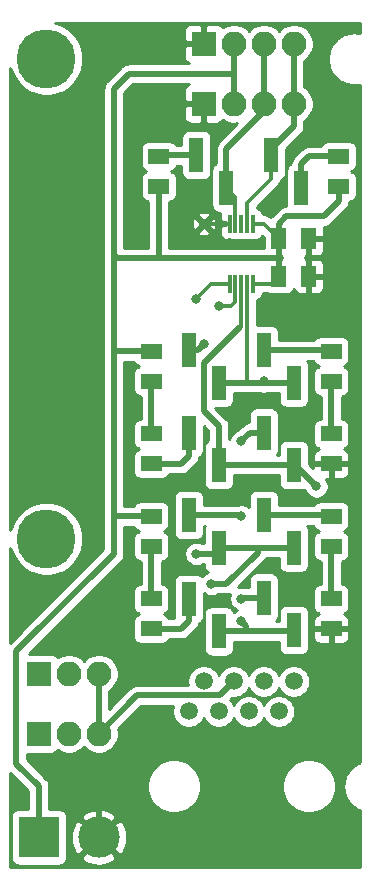
<source format=gtl>
G04 #@! TF.GenerationSoftware,KiCad,Pcbnew,(5.1.6)-1*
G04 #@! TF.CreationDate,2023-01-22T16:57:25+01:00*
G04 #@! TF.ProjectId,testing-board,74657374-696e-4672-9d62-6f6172642e6b,rev?*
G04 #@! TF.SameCoordinates,Original*
G04 #@! TF.FileFunction,Copper,L1,Top*
G04 #@! TF.FilePolarity,Positive*
%FSLAX46Y46*%
G04 Gerber Fmt 4.6, Leading zero omitted, Abs format (unit mm)*
G04 Created by KiCad (PCBNEW (5.1.6)-1) date 2023-01-22 16:57:25*
%MOMM*%
%LPD*%
G01*
G04 APERTURE LIST*
G04 #@! TA.AperFunction,ComponentPad*
%ADD10C,5.000000*%
G04 #@! TD*
G04 #@! TA.AperFunction,ComponentPad*
%ADD11C,0.800000*%
G04 #@! TD*
G04 #@! TA.AperFunction,SMDPad,CuDef*
%ADD12R,0.350000X1.500000*%
G04 #@! TD*
G04 #@! TA.AperFunction,SMDPad,CuDef*
%ADD13C,0.100000*%
G04 #@! TD*
G04 #@! TA.AperFunction,SMDPad,CuDef*
%ADD14R,1.250000X3.000000*%
G04 #@! TD*
G04 #@! TA.AperFunction,ComponentPad*
%ADD15O,2.100000X2.100000*%
G04 #@! TD*
G04 #@! TA.AperFunction,ComponentPad*
%ADD16R,2.100000X2.100000*%
G04 #@! TD*
G04 #@! TA.AperFunction,ComponentPad*
%ADD17R,3.500000X3.500000*%
G04 #@! TD*
G04 #@! TA.AperFunction,ComponentPad*
%ADD18C,3.500000*%
G04 #@! TD*
G04 #@! TA.AperFunction,ComponentPad*
%ADD19C,1.500000*%
G04 #@! TD*
G04 #@! TA.AperFunction,Conductor*
%ADD20C,0.500000*%
G04 #@! TD*
G04 #@! TA.AperFunction,Conductor*
%ADD21C,0.350000*%
G04 #@! TD*
G04 #@! TA.AperFunction,Conductor*
%ADD22C,0.250000*%
G04 #@! TD*
G04 #@! TA.AperFunction,Conductor*
%ADD23C,0.254000*%
G04 #@! TD*
G04 APERTURE END LIST*
D10*
X118745000Y-106045000D03*
X118745000Y-65405000D03*
D11*
X132080000Y-89535000D03*
X132080000Y-79375000D03*
X140970000Y-82296000D03*
X138430000Y-82296000D03*
X131445000Y-85725000D03*
X133350000Y-86360000D03*
X131445000Y-107315000D03*
X135255000Y-97790000D03*
X141605000Y-101600000D03*
X137160000Y-92710000D03*
X132715000Y-109855000D03*
X135255000Y-113030000D03*
X135255000Y-104140000D03*
X135255000Y-111125000D03*
D12*
X136255000Y-84455000D03*
X135755000Y-84455000D03*
X135255000Y-84455000D03*
X134755000Y-84455000D03*
X134255000Y-84455000D03*
X134255000Y-79375000D03*
X134755000Y-79375000D03*
X135255000Y-79375000D03*
X136255000Y-79375000D03*
X135755000Y-79375000D03*
G04 #@! TA.AperFunction,SMDPad,CuDef*
D13*
G36*
X141975000Y-99045000D02*
G01*
X143775000Y-99045000D01*
X143775000Y-100345000D01*
X141975000Y-100345000D01*
X141975000Y-99045000D01*
G37*
G04 #@! TD.AperFunction*
G04 #@! TA.AperFunction,SMDPad,CuDef*
G36*
X141975000Y-96505000D02*
G01*
X143775000Y-96505000D01*
X143775000Y-97805000D01*
X141975000Y-97805000D01*
X141975000Y-96505000D01*
G37*
G04 #@! TD.AperFunction*
G04 #@! TA.AperFunction,SMDPad,CuDef*
G36*
X141975000Y-92060000D02*
G01*
X143775000Y-92060000D01*
X143775000Y-93360000D01*
X141975000Y-93360000D01*
X141975000Y-92060000D01*
G37*
G04 #@! TD.AperFunction*
G04 #@! TA.AperFunction,SMDPad,CuDef*
G36*
X141975000Y-89520000D02*
G01*
X143775000Y-89520000D01*
X143775000Y-90820000D01*
X141975000Y-90820000D01*
X141975000Y-89520000D01*
G37*
G04 #@! TD.AperFunction*
G04 #@! TA.AperFunction,SMDPad,CuDef*
G36*
X126735000Y-99045000D02*
G01*
X128535000Y-99045000D01*
X128535000Y-100345000D01*
X126735000Y-100345000D01*
X126735000Y-99045000D01*
G37*
G04 #@! TD.AperFunction*
G04 #@! TA.AperFunction,SMDPad,CuDef*
G36*
X126735000Y-96505000D02*
G01*
X128535000Y-96505000D01*
X128535000Y-97805000D01*
X126735000Y-97805000D01*
X126735000Y-96505000D01*
G37*
G04 #@! TD.AperFunction*
G04 #@! TA.AperFunction,SMDPad,CuDef*
G36*
X126735000Y-92060000D02*
G01*
X128535000Y-92060000D01*
X128535000Y-93360000D01*
X126735000Y-93360000D01*
X126735000Y-92060000D01*
G37*
G04 #@! TD.AperFunction*
G04 #@! TA.AperFunction,SMDPad,CuDef*
G36*
X126735000Y-89520000D02*
G01*
X128535000Y-89520000D01*
X128535000Y-90820000D01*
X126735000Y-90820000D01*
X126735000Y-89520000D01*
G37*
G04 #@! TD.AperFunction*
G04 #@! TA.AperFunction,SMDPad,CuDef*
G36*
X141975000Y-113015000D02*
G01*
X143775000Y-113015000D01*
X143775000Y-114315000D01*
X141975000Y-114315000D01*
X141975000Y-113015000D01*
G37*
G04 #@! TD.AperFunction*
G04 #@! TA.AperFunction,SMDPad,CuDef*
G36*
X141975000Y-110475000D02*
G01*
X143775000Y-110475000D01*
X143775000Y-111775000D01*
X141975000Y-111775000D01*
X141975000Y-110475000D01*
G37*
G04 #@! TD.AperFunction*
G04 #@! TA.AperFunction,SMDPad,CuDef*
G36*
X141975000Y-106030000D02*
G01*
X143775000Y-106030000D01*
X143775000Y-107330000D01*
X141975000Y-107330000D01*
X141975000Y-106030000D01*
G37*
G04 #@! TD.AperFunction*
G04 #@! TA.AperFunction,SMDPad,CuDef*
G36*
X141975000Y-103490000D02*
G01*
X143775000Y-103490000D01*
X143775000Y-104790000D01*
X141975000Y-104790000D01*
X141975000Y-103490000D01*
G37*
G04 #@! TD.AperFunction*
G04 #@! TA.AperFunction,SMDPad,CuDef*
G36*
X126735000Y-113015000D02*
G01*
X128535000Y-113015000D01*
X128535000Y-114315000D01*
X126735000Y-114315000D01*
X126735000Y-113015000D01*
G37*
G04 #@! TD.AperFunction*
G04 #@! TA.AperFunction,SMDPad,CuDef*
G36*
X126735000Y-110475000D02*
G01*
X128535000Y-110475000D01*
X128535000Y-111775000D01*
X126735000Y-111775000D01*
X126735000Y-110475000D01*
G37*
G04 #@! TD.AperFunction*
G04 #@! TA.AperFunction,SMDPad,CuDef*
G36*
X126735000Y-106030000D02*
G01*
X128535000Y-106030000D01*
X128535000Y-107330000D01*
X126735000Y-107330000D01*
X126735000Y-106030000D01*
G37*
G04 #@! TD.AperFunction*
G04 #@! TA.AperFunction,SMDPad,CuDef*
G36*
X126735000Y-103490000D02*
G01*
X128535000Y-103490000D01*
X128535000Y-104790000D01*
X126735000Y-104790000D01*
X126735000Y-103490000D01*
G37*
G04 #@! TD.AperFunction*
G04 #@! TA.AperFunction,SMDPad,CuDef*
G36*
X144410000Y-74310000D02*
G01*
X142610000Y-74310000D01*
X142610000Y-73010000D01*
X144410000Y-73010000D01*
X144410000Y-74310000D01*
G37*
G04 #@! TD.AperFunction*
G04 #@! TA.AperFunction,SMDPad,CuDef*
G36*
X144410000Y-76850000D02*
G01*
X142610000Y-76850000D01*
X142610000Y-75550000D01*
X144410000Y-75550000D01*
X144410000Y-76850000D01*
G37*
G04 #@! TD.AperFunction*
G04 #@! TA.AperFunction,SMDPad,CuDef*
G36*
X129170000Y-74310000D02*
G01*
X127370000Y-74310000D01*
X127370000Y-73010000D01*
X129170000Y-73010000D01*
X129170000Y-74310000D01*
G37*
G04 #@! TD.AperFunction*
G04 #@! TA.AperFunction,SMDPad,CuDef*
G36*
X129170000Y-76850000D02*
G01*
X127370000Y-76850000D01*
X127370000Y-75550000D01*
X129170000Y-75550000D01*
X129170000Y-76850000D01*
G37*
G04 #@! TD.AperFunction*
D14*
X139700000Y-92815000D03*
X137160000Y-90065000D03*
X130810000Y-90065000D03*
X133350000Y-92815000D03*
X139700000Y-99800000D03*
X137160000Y-97050000D03*
X130810000Y-97050000D03*
X133350000Y-99800000D03*
X139700000Y-106785000D03*
X137160000Y-104035000D03*
X130810000Y-104035000D03*
X133350000Y-106785000D03*
X139700000Y-113770000D03*
X137160000Y-111020000D03*
X130810000Y-111125000D03*
X133350000Y-113875000D03*
X140335000Y-76305000D03*
X137795000Y-73555000D03*
X131445000Y-73555000D03*
X133985000Y-76305000D03*
D15*
X134620000Y-69215000D03*
X139700000Y-69215000D03*
D16*
X132080000Y-69215000D03*
D15*
X137160000Y-69215000D03*
X139700000Y-64135000D03*
X137160000Y-64135000D03*
X134620000Y-64135000D03*
D16*
X132080000Y-64135000D03*
X118110000Y-122555000D03*
D15*
X123190000Y-122555000D03*
X120650000Y-122555000D03*
D16*
X118110000Y-117475000D03*
D15*
X123190000Y-117475000D03*
X120650000Y-117475000D03*
D17*
X118110000Y-131318000D03*
D18*
X123190000Y-131318000D03*
D19*
X133351000Y-120650000D03*
X139701000Y-118110000D03*
X138431000Y-120650000D03*
X132081000Y-118110000D03*
X135891000Y-120650000D03*
X134621000Y-118110000D03*
X137161000Y-118110000D03*
X130811000Y-120650000D03*
G04 #@! TA.AperFunction,SMDPad,CuDef*
D13*
G36*
X140320000Y-84720000D02*
G01*
X140320000Y-82920000D01*
X141620000Y-82920000D01*
X141620000Y-84720000D01*
X140320000Y-84720000D01*
G37*
G04 #@! TD.AperFunction*
G04 #@! TA.AperFunction,SMDPad,CuDef*
G36*
X137780000Y-84720000D02*
G01*
X137780000Y-82920000D01*
X139080000Y-82920000D01*
X139080000Y-84720000D01*
X137780000Y-84720000D01*
G37*
G04 #@! TD.AperFunction*
G04 #@! TA.AperFunction,SMDPad,CuDef*
G36*
X140320000Y-81545000D02*
G01*
X140320000Y-79745000D01*
X141620000Y-79745000D01*
X141620000Y-81545000D01*
X140320000Y-81545000D01*
G37*
G04 #@! TD.AperFunction*
G04 #@! TA.AperFunction,SMDPad,CuDef*
G36*
X137780000Y-81545000D02*
G01*
X137780000Y-79745000D01*
X139080000Y-79745000D01*
X139080000Y-81545000D01*
X137780000Y-81545000D01*
G37*
G04 #@! TD.AperFunction*
D20*
X140970000Y-80645000D02*
X140970000Y-83820000D01*
X123190000Y-130175000D02*
X123190000Y-128905000D01*
X143891000Y-82296000D02*
X140970000Y-82296000D01*
X123190000Y-127000000D02*
X127000000Y-123190000D01*
X123190000Y-130175000D02*
X123190000Y-127000000D01*
X127000000Y-123190000D02*
X140970000Y-123190000D01*
X144780000Y-83185000D02*
X143891000Y-82296000D01*
X140970000Y-123190000D02*
X144780000Y-119380000D01*
X142875000Y-99695000D02*
X144780000Y-99695000D01*
X144780000Y-99695000D02*
X144780000Y-83185000D01*
X142875000Y-113665000D02*
X144780000Y-113665000D01*
X144780000Y-119380000D02*
X144780000Y-113665000D01*
X144780000Y-113665000D02*
X144780000Y-99695000D01*
D21*
X134255000Y-79375000D02*
X132080000Y-79375000D01*
D20*
X118110000Y-130175000D02*
X118110000Y-127635000D01*
X138430000Y-80645000D02*
X138430000Y-83820000D01*
D21*
X137160000Y-79375000D02*
X138430000Y-80645000D01*
X136255000Y-79375000D02*
X137160000Y-79375000D01*
D22*
X137795000Y-84455000D02*
X138430000Y-83820000D01*
D21*
X136255000Y-84455000D02*
X137795000Y-84455000D01*
D20*
X128270000Y-76200000D02*
X128270000Y-81915000D01*
X143510000Y-76200000D02*
X143510000Y-77470000D01*
X143510000Y-77470000D02*
X142240000Y-78740000D01*
X142240000Y-78740000D02*
X139065000Y-78740000D01*
X138430000Y-79375000D02*
X138430000Y-80645000D01*
X139065000Y-78740000D02*
X138430000Y-79375000D01*
X118110000Y-127635000D02*
X118110000Y-127000000D01*
X118110000Y-127000000D02*
X116205000Y-125095000D01*
X116205000Y-125095000D02*
X116205000Y-116469998D01*
X116205000Y-116469998D02*
X116205000Y-115570000D01*
X116205000Y-115570000D02*
X124460000Y-107315000D01*
X127635000Y-104140000D02*
X124460000Y-104140000D01*
X124460000Y-107315000D02*
X124460000Y-104140000D01*
X127635000Y-90170000D02*
X124460000Y-90170000D01*
X124460000Y-104140000D02*
X124460000Y-90170000D01*
X124460000Y-90170000D02*
X124460000Y-85725000D01*
X125730000Y-66675000D02*
X134620000Y-66675000D01*
X124460000Y-67945000D02*
X125730000Y-66675000D01*
X134620000Y-64135000D02*
X134620000Y-66675000D01*
X134620000Y-66675000D02*
X134620000Y-69215000D01*
X129159000Y-82296000D02*
X138430000Y-82296000D01*
X124460000Y-81915000D02*
X124460000Y-67945000D01*
X128270000Y-81915000D02*
X128270000Y-82296000D01*
X127889000Y-82296000D02*
X128270000Y-82296000D01*
X128270000Y-82296000D02*
X129159000Y-82296000D01*
X129159000Y-82296000D02*
X124714000Y-82296000D01*
X124460000Y-85725000D02*
X124460000Y-82550000D01*
X124460000Y-82550000D02*
X124460000Y-82042000D01*
X124714000Y-82296000D02*
X124460000Y-82042000D01*
X124460000Y-82042000D02*
X124460000Y-81915000D01*
X138430000Y-120649000D02*
X138431000Y-120650000D01*
X132080000Y-118109000D02*
X132081000Y-118110000D01*
X126434999Y-119310001D02*
X123190000Y-122555000D01*
X133420999Y-119310001D02*
X126434999Y-119310001D01*
X134621000Y-118110000D02*
X133420999Y-119310001D01*
X123190000Y-122555000D02*
X123190000Y-117475000D01*
D21*
X135755000Y-79375000D02*
X135755000Y-77605000D01*
X137795000Y-75565000D02*
X137795000Y-73555000D01*
X135755000Y-77605000D02*
X137795000Y-75565000D01*
D20*
X137795000Y-73555000D02*
X137795000Y-73025000D01*
X139700000Y-71120000D02*
X139700000Y-69215000D01*
X137795000Y-73025000D02*
X139700000Y-71120000D01*
X139700000Y-69215000D02*
X139700000Y-64135000D01*
D21*
X134755000Y-77075000D02*
X133985000Y-76305000D01*
X134755000Y-79375000D02*
X134755000Y-77075000D01*
D20*
X137160000Y-64135000D02*
X137160000Y-69215000D01*
X137160000Y-69850000D02*
X137160000Y-69215000D01*
X133985000Y-76305000D02*
X133985000Y-73025000D01*
X133985000Y-73025000D02*
X137160000Y-69850000D01*
X128375000Y-73555000D02*
X128270000Y-73660000D01*
X131445000Y-73555000D02*
X128375000Y-73555000D01*
X140335000Y-76305000D02*
X140335000Y-74295000D01*
X140970000Y-73660000D02*
X143510000Y-73660000D01*
X140335000Y-74295000D02*
X140970000Y-73660000D01*
X130810000Y-111125000D02*
X130810000Y-113030000D01*
X130175000Y-113665000D02*
X127635000Y-113665000D01*
X130810000Y-113030000D02*
X130175000Y-113665000D01*
X139595000Y-113875000D02*
X139700000Y-113770000D01*
X135680000Y-113875000D02*
X135680000Y-113455000D01*
X135680000Y-113875000D02*
X139595000Y-113875000D01*
X133350000Y-113875000D02*
X135680000Y-113875000D01*
X135680000Y-113455000D02*
X135255000Y-113030000D01*
D21*
X133350000Y-86360000D02*
X134382000Y-86360000D01*
X134755000Y-84455000D02*
X134755000Y-85987000D01*
X134382000Y-86360000D02*
X134755000Y-85987000D01*
D20*
X137160000Y-111020000D02*
X135360000Y-111020000D01*
X135360000Y-111020000D02*
X135255000Y-111125000D01*
X135150000Y-104035000D02*
X135255000Y-104140000D01*
X130810000Y-104035000D02*
X135150000Y-104035000D01*
X136630000Y-106785000D02*
X139700000Y-106785000D01*
X133350000Y-106785000D02*
X136630000Y-106785000D01*
X132715000Y-109855000D02*
X133985000Y-109855000D01*
X136630000Y-107210000D02*
X136630000Y-106785000D01*
X133985000Y-109855000D02*
X136630000Y-107210000D01*
X132820000Y-107315000D02*
X133350000Y-106785000D01*
X131445000Y-107315000D02*
X132820000Y-107315000D01*
D21*
X134255000Y-84455000D02*
X133350000Y-84455000D01*
X132715000Y-84455000D02*
X131445000Y-85725000D01*
X133350000Y-84455000D02*
X132715000Y-84455000D01*
D20*
X142770000Y-104035000D02*
X142875000Y-104140000D01*
X137160000Y-104035000D02*
X142770000Y-104035000D01*
X127635000Y-99695000D02*
X130175000Y-99695000D01*
X130810000Y-99060000D02*
X130810000Y-97050000D01*
X130175000Y-99695000D02*
X130810000Y-99060000D01*
X137160000Y-97050000D02*
X135995000Y-97050000D01*
X135995000Y-97050000D02*
X135255000Y-97790000D01*
X130810000Y-90065000D02*
X131550000Y-90065000D01*
X131550000Y-90065000D02*
X132080000Y-89535000D01*
X142770000Y-90065000D02*
X142875000Y-90170000D01*
X137160000Y-90065000D02*
X142770000Y-90065000D01*
X133350000Y-99800000D02*
X139700000Y-99800000D01*
X139805000Y-99800000D02*
X141605000Y-101600000D01*
X139700000Y-99800000D02*
X139805000Y-99800000D01*
D21*
X135255000Y-84455000D02*
X135255000Y-86995000D01*
D20*
X132080000Y-91149998D02*
X133667500Y-89562498D01*
X132080000Y-95250000D02*
X132080000Y-91149998D01*
X133350000Y-96520000D02*
X132080000Y-95250000D01*
X133350000Y-99800000D02*
X133350000Y-96520000D01*
D21*
X135255000Y-86995000D02*
X135255000Y-87974998D01*
D20*
X133667500Y-89562498D02*
X135109999Y-88119999D01*
D21*
X135255000Y-87974998D02*
X135109999Y-88119999D01*
D22*
X135755000Y-92785000D02*
X135785000Y-92815000D01*
D20*
X133350000Y-92815000D02*
X135785000Y-92815000D01*
D21*
X135755000Y-84455000D02*
X135755000Y-92785000D01*
D20*
X135785000Y-92815000D02*
X139700000Y-92815000D01*
X127635000Y-111125000D02*
X127635000Y-106680000D01*
X142875000Y-111125000D02*
X142875000Y-106680000D01*
X127635000Y-97155000D02*
X127635000Y-92710000D01*
X142875000Y-97155000D02*
X142875000Y-92710000D01*
D23*
G36*
X145288000Y-63224346D02*
G01*
X145061309Y-63182112D01*
X145001716Y-63176947D01*
X144942199Y-63170950D01*
X144932984Y-63170990D01*
X144932981Y-63170990D01*
X144624651Y-63174468D01*
X144565193Y-63180976D01*
X144505635Y-63186654D01*
X144496603Y-63188483D01*
X144194818Y-63251785D01*
X144137777Y-63269712D01*
X144080442Y-63286854D01*
X144071938Y-63290403D01*
X143788194Y-63411115D01*
X143735709Y-63439786D01*
X143682804Y-63467734D01*
X143675150Y-63472867D01*
X143420257Y-63646394D01*
X143374319Y-63684732D01*
X143327873Y-63722405D01*
X143321362Y-63728926D01*
X143105029Y-63948656D01*
X143067433Y-63995161D01*
X143029168Y-64041163D01*
X143024048Y-64048826D01*
X142854514Y-64306391D01*
X142826674Y-64359297D01*
X142798065Y-64411871D01*
X142794531Y-64420382D01*
X142678254Y-64705971D01*
X142661226Y-64763262D01*
X142643368Y-64820407D01*
X142641554Y-64829442D01*
X142582963Y-65132177D01*
X142577384Y-65191715D01*
X142570969Y-65251207D01*
X142570945Y-65260422D01*
X142572270Y-65568772D01*
X142578362Y-65628267D01*
X142583625Y-65687869D01*
X142585391Y-65696914D01*
X142646584Y-65999134D01*
X142664121Y-66056328D01*
X142680855Y-66113755D01*
X142684344Y-66122284D01*
X142803073Y-66406862D01*
X142831367Y-66459528D01*
X142858955Y-66512646D01*
X142864034Y-66520335D01*
X143035777Y-66776432D01*
X143073781Y-66822622D01*
X143111140Y-66869344D01*
X143117616Y-66875900D01*
X143335831Y-67093762D01*
X143382088Y-67131695D01*
X143427806Y-67170267D01*
X143435433Y-67175441D01*
X143691808Y-67346769D01*
X143744560Y-67374999D01*
X143796892Y-67403952D01*
X143805377Y-67407546D01*
X144090148Y-67525814D01*
X144147364Y-67543256D01*
X144204336Y-67561497D01*
X144213358Y-67563374D01*
X144515677Y-67624078D01*
X144575150Y-67630070D01*
X144634623Y-67636903D01*
X144643838Y-67636992D01*
X144952190Y-67637819D01*
X145011750Y-67632140D01*
X145071363Y-67627295D01*
X145080419Y-67625593D01*
X145288000Y-67585069D01*
X145288000Y-124983158D01*
X145259523Y-124992191D01*
X145204588Y-125015737D01*
X145149235Y-125038551D01*
X145141129Y-125042935D01*
X144884592Y-125183968D01*
X144835247Y-125217755D01*
X144785409Y-125250867D01*
X144778309Y-125256741D01*
X144554051Y-125444916D01*
X144512207Y-125487646D01*
X144469751Y-125529806D01*
X144463927Y-125536947D01*
X144280491Y-125765097D01*
X144247744Y-125815139D01*
X144214286Y-125864742D01*
X144209960Y-125872879D01*
X144074330Y-126132313D01*
X144051918Y-126187785D01*
X144028740Y-126242923D01*
X144026077Y-126251745D01*
X143943422Y-126532583D01*
X143932224Y-126591284D01*
X143920184Y-126649940D01*
X143919285Y-126659112D01*
X143892753Y-126950656D01*
X143893171Y-127010472D01*
X143892753Y-127070288D01*
X143893652Y-127079460D01*
X143924252Y-127370605D01*
X143936283Y-127429217D01*
X143947489Y-127487963D01*
X143950153Y-127496784D01*
X144036721Y-127776440D01*
X144059899Y-127831578D01*
X144082311Y-127887050D01*
X144086638Y-127895186D01*
X144225877Y-128152702D01*
X144259304Y-128202259D01*
X144292080Y-128252347D01*
X144297905Y-128259488D01*
X144484510Y-128485056D01*
X144526965Y-128527215D01*
X144568809Y-128569945D01*
X144575909Y-128575819D01*
X144802773Y-128760845D01*
X144852566Y-128793927D01*
X144901955Y-128827745D01*
X144910061Y-128832127D01*
X145168542Y-128969564D01*
X145223836Y-128992355D01*
X145278829Y-129015925D01*
X145287632Y-129018650D01*
X145288000Y-129018761D01*
X145288000Y-133858000D01*
X115697000Y-133858000D01*
X115697000Y-125838578D01*
X117225000Y-127366579D01*
X117225000Y-127678476D01*
X117225001Y-127678486D01*
X117225000Y-128929928D01*
X116360000Y-128929928D01*
X116235518Y-128942188D01*
X116115820Y-128978498D01*
X116005506Y-129037463D01*
X115908815Y-129116815D01*
X115829463Y-129213506D01*
X115770498Y-129323820D01*
X115734188Y-129443518D01*
X115721928Y-129568000D01*
X115721928Y-133068000D01*
X115734188Y-133192482D01*
X115770498Y-133312180D01*
X115829463Y-133422494D01*
X115908815Y-133519185D01*
X116005506Y-133598537D01*
X116115820Y-133657502D01*
X116235518Y-133693812D01*
X116360000Y-133706072D01*
X119860000Y-133706072D01*
X119984482Y-133693812D01*
X120104180Y-133657502D01*
X120214494Y-133598537D01*
X120311185Y-133519185D01*
X120390537Y-133422494D01*
X120449502Y-133312180D01*
X120485812Y-133192482D01*
X120498072Y-133068000D01*
X120498072Y-132987609D01*
X121699997Y-132987609D01*
X121886073Y-133328766D01*
X122303409Y-133544513D01*
X122754815Y-133674696D01*
X123222946Y-133714313D01*
X123689811Y-133661842D01*
X124137468Y-133519297D01*
X124493927Y-133328766D01*
X124680003Y-132987609D01*
X123190000Y-131497605D01*
X121699997Y-132987609D01*
X120498072Y-132987609D01*
X120498072Y-131350946D01*
X120793687Y-131350946D01*
X120846158Y-131817811D01*
X120988703Y-132265468D01*
X121179234Y-132621927D01*
X121520391Y-132808003D01*
X123010395Y-131318000D01*
X123369605Y-131318000D01*
X124859609Y-132808003D01*
X125200766Y-132621927D01*
X125416513Y-132204591D01*
X125546696Y-131753185D01*
X125586313Y-131285054D01*
X125533842Y-130818189D01*
X125391297Y-130370532D01*
X125200766Y-130014073D01*
X124859609Y-129827997D01*
X123369605Y-131318000D01*
X123010395Y-131318000D01*
X121520391Y-129827997D01*
X121179234Y-130014073D01*
X120963487Y-130431409D01*
X120833304Y-130882815D01*
X120793687Y-131350946D01*
X120498072Y-131350946D01*
X120498072Y-129648391D01*
X121699997Y-129648391D01*
X123190000Y-131138395D01*
X124680003Y-129648391D01*
X124493927Y-129307234D01*
X124076591Y-129091487D01*
X123625185Y-128961304D01*
X123157054Y-128921687D01*
X122690189Y-128974158D01*
X122242532Y-129116703D01*
X121886073Y-129307234D01*
X121699997Y-129648391D01*
X120498072Y-129648391D01*
X120498072Y-129568000D01*
X120485812Y-129443518D01*
X120449502Y-129323820D01*
X120390537Y-129213506D01*
X120311185Y-129116815D01*
X120214494Y-129037463D01*
X120104180Y-128978498D01*
X119984482Y-128942188D01*
X119860000Y-128929928D01*
X118995000Y-128929928D01*
X118995000Y-127043469D01*
X118999281Y-127000000D01*
X118995000Y-126956531D01*
X118995000Y-126956523D01*
X118982195Y-126826510D01*
X118966554Y-126774947D01*
X127254000Y-126774947D01*
X127254000Y-127225053D01*
X127341811Y-127666510D01*
X127514059Y-128082353D01*
X127764125Y-128456603D01*
X128082397Y-128774875D01*
X128456647Y-129024941D01*
X128872490Y-129197189D01*
X129313947Y-129285000D01*
X129764053Y-129285000D01*
X130205510Y-129197189D01*
X130621353Y-129024941D01*
X130995603Y-128774875D01*
X131313875Y-128456603D01*
X131563941Y-128082353D01*
X131736189Y-127666510D01*
X131824000Y-127225053D01*
X131824000Y-126774947D01*
X138686000Y-126774947D01*
X138686000Y-127225053D01*
X138773811Y-127666510D01*
X138946059Y-128082353D01*
X139196125Y-128456603D01*
X139514397Y-128774875D01*
X139888647Y-129024941D01*
X140304490Y-129197189D01*
X140745947Y-129285000D01*
X141196053Y-129285000D01*
X141637510Y-129197189D01*
X142053353Y-129024941D01*
X142427603Y-128774875D01*
X142745875Y-128456603D01*
X142995941Y-128082353D01*
X143168189Y-127666510D01*
X143256000Y-127225053D01*
X143256000Y-126774947D01*
X143168189Y-126333490D01*
X142995941Y-125917647D01*
X142745875Y-125543397D01*
X142427603Y-125225125D01*
X142053353Y-124975059D01*
X141637510Y-124802811D01*
X141196053Y-124715000D01*
X140745947Y-124715000D01*
X140304490Y-124802811D01*
X139888647Y-124975059D01*
X139514397Y-125225125D01*
X139196125Y-125543397D01*
X138946059Y-125917647D01*
X138773811Y-126333490D01*
X138686000Y-126774947D01*
X131824000Y-126774947D01*
X131736189Y-126333490D01*
X131563941Y-125917647D01*
X131313875Y-125543397D01*
X130995603Y-125225125D01*
X130621353Y-124975059D01*
X130205510Y-124802811D01*
X129764053Y-124715000D01*
X129313947Y-124715000D01*
X128872490Y-124802811D01*
X128456647Y-124975059D01*
X128082397Y-125225125D01*
X127764125Y-125543397D01*
X127514059Y-125917647D01*
X127341811Y-126333490D01*
X127254000Y-126774947D01*
X118966554Y-126774947D01*
X118931589Y-126659687D01*
X118849411Y-126505941D01*
X118785221Y-126427726D01*
X118766532Y-126404953D01*
X118766530Y-126404951D01*
X118738817Y-126371183D01*
X118705049Y-126343470D01*
X117090000Y-124728422D01*
X117090000Y-124243072D01*
X119160000Y-124243072D01*
X119284482Y-124230812D01*
X119404180Y-124194502D01*
X119514494Y-124135537D01*
X119611185Y-124056185D01*
X119690537Y-123959494D01*
X119698042Y-123945454D01*
X119851853Y-124048228D01*
X120158504Y-124175246D01*
X120484042Y-124240000D01*
X120815958Y-124240000D01*
X121141496Y-124175246D01*
X121448147Y-124048228D01*
X121724125Y-123863825D01*
X121920000Y-123667950D01*
X122115875Y-123863825D01*
X122391853Y-124048228D01*
X122698504Y-124175246D01*
X123024042Y-124240000D01*
X123355958Y-124240000D01*
X123681496Y-124175246D01*
X123988147Y-124048228D01*
X124264125Y-123863825D01*
X124498825Y-123629125D01*
X124683228Y-123353147D01*
X124810246Y-123046496D01*
X124875000Y-122720958D01*
X124875000Y-122389042D01*
X124830625Y-122165954D01*
X126801578Y-120195001D01*
X129500354Y-120195001D01*
X129479225Y-120246011D01*
X129426000Y-120513589D01*
X129426000Y-120786411D01*
X129479225Y-121053989D01*
X129583629Y-121306043D01*
X129735201Y-121532886D01*
X129928114Y-121725799D01*
X130154957Y-121877371D01*
X130407011Y-121981775D01*
X130674589Y-122035000D01*
X130947411Y-122035000D01*
X131214989Y-121981775D01*
X131467043Y-121877371D01*
X131693886Y-121725799D01*
X131886799Y-121532886D01*
X132038371Y-121306043D01*
X132081000Y-121203127D01*
X132123629Y-121306043D01*
X132275201Y-121532886D01*
X132468114Y-121725799D01*
X132694957Y-121877371D01*
X132947011Y-121981775D01*
X133214589Y-122035000D01*
X133487411Y-122035000D01*
X133754989Y-121981775D01*
X134007043Y-121877371D01*
X134233886Y-121725799D01*
X134426799Y-121532886D01*
X134578371Y-121306043D01*
X134621000Y-121203127D01*
X134663629Y-121306043D01*
X134815201Y-121532886D01*
X135008114Y-121725799D01*
X135234957Y-121877371D01*
X135487011Y-121981775D01*
X135754589Y-122035000D01*
X136027411Y-122035000D01*
X136294989Y-121981775D01*
X136547043Y-121877371D01*
X136773886Y-121725799D01*
X136966799Y-121532886D01*
X137118371Y-121306043D01*
X137161000Y-121203127D01*
X137203629Y-121306043D01*
X137355201Y-121532886D01*
X137548114Y-121725799D01*
X137774957Y-121877371D01*
X138027011Y-121981775D01*
X138294589Y-122035000D01*
X138567411Y-122035000D01*
X138834989Y-121981775D01*
X139087043Y-121877371D01*
X139313886Y-121725799D01*
X139506799Y-121532886D01*
X139658371Y-121306043D01*
X139762775Y-121053989D01*
X139816000Y-120786411D01*
X139816000Y-120513589D01*
X139762775Y-120246011D01*
X139658371Y-119993957D01*
X139506799Y-119767114D01*
X139313886Y-119574201D01*
X139087043Y-119422629D01*
X138834989Y-119318225D01*
X138567411Y-119265000D01*
X138294589Y-119265000D01*
X138027011Y-119318225D01*
X137774957Y-119422629D01*
X137548114Y-119574201D01*
X137355201Y-119767114D01*
X137203629Y-119993957D01*
X137161000Y-120096873D01*
X137118371Y-119993957D01*
X136966799Y-119767114D01*
X136773886Y-119574201D01*
X136547043Y-119422629D01*
X136294989Y-119318225D01*
X136027411Y-119265000D01*
X135754589Y-119265000D01*
X135487011Y-119318225D01*
X135234957Y-119422629D01*
X135008114Y-119574201D01*
X134815201Y-119767114D01*
X134663629Y-119993957D01*
X134621000Y-120096873D01*
X134578371Y-119993957D01*
X134426799Y-119767114D01*
X134321132Y-119661447D01*
X134487578Y-119495000D01*
X134757411Y-119495000D01*
X135024989Y-119441775D01*
X135277043Y-119337371D01*
X135503886Y-119185799D01*
X135696799Y-118992886D01*
X135848371Y-118766043D01*
X135891000Y-118663127D01*
X135933629Y-118766043D01*
X136085201Y-118992886D01*
X136278114Y-119185799D01*
X136504957Y-119337371D01*
X136757011Y-119441775D01*
X137024589Y-119495000D01*
X137297411Y-119495000D01*
X137564989Y-119441775D01*
X137817043Y-119337371D01*
X138043886Y-119185799D01*
X138236799Y-118992886D01*
X138388371Y-118766043D01*
X138431000Y-118663127D01*
X138473629Y-118766043D01*
X138625201Y-118992886D01*
X138818114Y-119185799D01*
X139044957Y-119337371D01*
X139297011Y-119441775D01*
X139564589Y-119495000D01*
X139837411Y-119495000D01*
X140104989Y-119441775D01*
X140357043Y-119337371D01*
X140583886Y-119185799D01*
X140776799Y-118992886D01*
X140928371Y-118766043D01*
X141032775Y-118513989D01*
X141086000Y-118246411D01*
X141086000Y-117973589D01*
X141032775Y-117706011D01*
X140928371Y-117453957D01*
X140776799Y-117227114D01*
X140583886Y-117034201D01*
X140357043Y-116882629D01*
X140104989Y-116778225D01*
X139837411Y-116725000D01*
X139564589Y-116725000D01*
X139297011Y-116778225D01*
X139044957Y-116882629D01*
X138818114Y-117034201D01*
X138625201Y-117227114D01*
X138473629Y-117453957D01*
X138431000Y-117556873D01*
X138388371Y-117453957D01*
X138236799Y-117227114D01*
X138043886Y-117034201D01*
X137817043Y-116882629D01*
X137564989Y-116778225D01*
X137297411Y-116725000D01*
X137024589Y-116725000D01*
X136757011Y-116778225D01*
X136504957Y-116882629D01*
X136278114Y-117034201D01*
X136085201Y-117227114D01*
X135933629Y-117453957D01*
X135891000Y-117556873D01*
X135848371Y-117453957D01*
X135696799Y-117227114D01*
X135503886Y-117034201D01*
X135277043Y-116882629D01*
X135024989Y-116778225D01*
X134757411Y-116725000D01*
X134484589Y-116725000D01*
X134217011Y-116778225D01*
X133964957Y-116882629D01*
X133738114Y-117034201D01*
X133545201Y-117227114D01*
X133393629Y-117453957D01*
X133351000Y-117556873D01*
X133308371Y-117453957D01*
X133156799Y-117227114D01*
X132963886Y-117034201D01*
X132737043Y-116882629D01*
X132484989Y-116778225D01*
X132217411Y-116725000D01*
X131944589Y-116725000D01*
X131677011Y-116778225D01*
X131424957Y-116882629D01*
X131198114Y-117034201D01*
X131005201Y-117227114D01*
X130853629Y-117453957D01*
X130749225Y-117706011D01*
X130696000Y-117973589D01*
X130696000Y-118246411D01*
X130731524Y-118425001D01*
X126478468Y-118425001D01*
X126434999Y-118420720D01*
X126391530Y-118425001D01*
X126391522Y-118425001D01*
X126261509Y-118437806D01*
X126094685Y-118488412D01*
X125940940Y-118570590D01*
X125839952Y-118653469D01*
X125839950Y-118653471D01*
X125806182Y-118681184D01*
X125778469Y-118714952D01*
X124075000Y-120418422D01*
X124075000Y-118910195D01*
X124264125Y-118783825D01*
X124498825Y-118549125D01*
X124683228Y-118273147D01*
X124810246Y-117966496D01*
X124875000Y-117640958D01*
X124875000Y-117309042D01*
X124810246Y-116983504D01*
X124683228Y-116676853D01*
X124498825Y-116400875D01*
X124264125Y-116166175D01*
X123988147Y-115981772D01*
X123681496Y-115854754D01*
X123355958Y-115790000D01*
X123024042Y-115790000D01*
X122698504Y-115854754D01*
X122391853Y-115981772D01*
X122115875Y-116166175D01*
X121920000Y-116362050D01*
X121724125Y-116166175D01*
X121448147Y-115981772D01*
X121141496Y-115854754D01*
X120815958Y-115790000D01*
X120484042Y-115790000D01*
X120158504Y-115854754D01*
X119851853Y-115981772D01*
X119698042Y-116084546D01*
X119690537Y-116070506D01*
X119611185Y-115973815D01*
X119514494Y-115894463D01*
X119404180Y-115835498D01*
X119284482Y-115799188D01*
X119160000Y-115786928D01*
X117239650Y-115786928D01*
X125055051Y-107971528D01*
X125088817Y-107943817D01*
X125199411Y-107809059D01*
X125281589Y-107655313D01*
X125332195Y-107488490D01*
X125345000Y-107358477D01*
X125345000Y-107358469D01*
X125349281Y-107315000D01*
X125345000Y-107271531D01*
X125345000Y-105025000D01*
X126142713Y-105025000D01*
X126145498Y-105034180D01*
X126204463Y-105144494D01*
X126283815Y-105241185D01*
X126380506Y-105320537D01*
X126490820Y-105379502D01*
X126591358Y-105410000D01*
X126490820Y-105440498D01*
X126380506Y-105499463D01*
X126283815Y-105578815D01*
X126204463Y-105675506D01*
X126145498Y-105785820D01*
X126109188Y-105905518D01*
X126096928Y-106030000D01*
X126096928Y-107330000D01*
X126109188Y-107454482D01*
X126145498Y-107574180D01*
X126204463Y-107684494D01*
X126283815Y-107781185D01*
X126380506Y-107860537D01*
X126490820Y-107919502D01*
X126610518Y-107955812D01*
X126735000Y-107968072D01*
X126750001Y-107968072D01*
X126750000Y-109836928D01*
X126735000Y-109836928D01*
X126610518Y-109849188D01*
X126490820Y-109885498D01*
X126380506Y-109944463D01*
X126283815Y-110023815D01*
X126204463Y-110120506D01*
X126145498Y-110230820D01*
X126109188Y-110350518D01*
X126096928Y-110475000D01*
X126096928Y-111775000D01*
X126109188Y-111899482D01*
X126145498Y-112019180D01*
X126204463Y-112129494D01*
X126283815Y-112226185D01*
X126380506Y-112305537D01*
X126490820Y-112364502D01*
X126591358Y-112395000D01*
X126490820Y-112425498D01*
X126380506Y-112484463D01*
X126283815Y-112563815D01*
X126204463Y-112660506D01*
X126145498Y-112770820D01*
X126109188Y-112890518D01*
X126096928Y-113015000D01*
X126096928Y-114315000D01*
X126109188Y-114439482D01*
X126145498Y-114559180D01*
X126204463Y-114669494D01*
X126283815Y-114766185D01*
X126380506Y-114845537D01*
X126490820Y-114904502D01*
X126610518Y-114940812D01*
X126735000Y-114953072D01*
X128535000Y-114953072D01*
X128659482Y-114940812D01*
X128779180Y-114904502D01*
X128889494Y-114845537D01*
X128986185Y-114766185D01*
X129065537Y-114669494D01*
X129124502Y-114559180D01*
X129127287Y-114550000D01*
X130131531Y-114550000D01*
X130175000Y-114554281D01*
X130218469Y-114550000D01*
X130218477Y-114550000D01*
X130348490Y-114537195D01*
X130515313Y-114486589D01*
X130669059Y-114404411D01*
X130803817Y-114293817D01*
X130831534Y-114260044D01*
X131405049Y-113686530D01*
X131438817Y-113658817D01*
X131466533Y-113625046D01*
X131549411Y-113524059D01*
X131631589Y-113370314D01*
X131678822Y-113214611D01*
X131679180Y-113214502D01*
X131789494Y-113155537D01*
X131886185Y-113076185D01*
X131965537Y-112979494D01*
X132024502Y-112869180D01*
X132060812Y-112749482D01*
X132073072Y-112625000D01*
X132073072Y-110670861D01*
X132224744Y-110772205D01*
X132413102Y-110850226D01*
X132613061Y-110890000D01*
X132816939Y-110890000D01*
X133016898Y-110850226D01*
X133205256Y-110772205D01*
X133253454Y-110740000D01*
X133941531Y-110740000D01*
X133985000Y-110744281D01*
X134028469Y-110740000D01*
X134028477Y-110740000D01*
X134158490Y-110727195D01*
X134319765Y-110678272D01*
X134259774Y-110823102D01*
X134220000Y-111023061D01*
X134220000Y-111226939D01*
X134259774Y-111426898D01*
X134337795Y-111615256D01*
X134451063Y-111784774D01*
X134595226Y-111928937D01*
X134764744Y-112042205D01*
X134849953Y-112077500D01*
X134764744Y-112112795D01*
X134595226Y-112226063D01*
X134593820Y-112227469D01*
X134564502Y-112130820D01*
X134505537Y-112020506D01*
X134426185Y-111923815D01*
X134329494Y-111844463D01*
X134219180Y-111785498D01*
X134099482Y-111749188D01*
X133975000Y-111736928D01*
X132725000Y-111736928D01*
X132600518Y-111749188D01*
X132480820Y-111785498D01*
X132370506Y-111844463D01*
X132273815Y-111923815D01*
X132194463Y-112020506D01*
X132135498Y-112130820D01*
X132099188Y-112250518D01*
X132086928Y-112375000D01*
X132086928Y-115375000D01*
X132099188Y-115499482D01*
X132135498Y-115619180D01*
X132194463Y-115729494D01*
X132273815Y-115826185D01*
X132370506Y-115905537D01*
X132480820Y-115964502D01*
X132600518Y-116000812D01*
X132725000Y-116013072D01*
X133975000Y-116013072D01*
X134099482Y-116000812D01*
X134219180Y-115964502D01*
X134329494Y-115905537D01*
X134426185Y-115826185D01*
X134505537Y-115729494D01*
X134564502Y-115619180D01*
X134600812Y-115499482D01*
X134613072Y-115375000D01*
X134613072Y-114760000D01*
X135636523Y-114760000D01*
X135680000Y-114764282D01*
X135723476Y-114760000D01*
X138436928Y-114760000D01*
X138436928Y-115270000D01*
X138449188Y-115394482D01*
X138485498Y-115514180D01*
X138544463Y-115624494D01*
X138623815Y-115721185D01*
X138720506Y-115800537D01*
X138830820Y-115859502D01*
X138950518Y-115895812D01*
X139075000Y-115908072D01*
X140325000Y-115908072D01*
X140449482Y-115895812D01*
X140569180Y-115859502D01*
X140679494Y-115800537D01*
X140776185Y-115721185D01*
X140855537Y-115624494D01*
X140914502Y-115514180D01*
X140950812Y-115394482D01*
X140963072Y-115270000D01*
X140963072Y-113792000D01*
X141336928Y-113792000D01*
X141336928Y-114315000D01*
X141349188Y-114439482D01*
X141385498Y-114559180D01*
X141444463Y-114669494D01*
X141523815Y-114766185D01*
X141620506Y-114845537D01*
X141730820Y-114904502D01*
X141850518Y-114940812D01*
X141975000Y-114953072D01*
X142748000Y-114953072D01*
X142748000Y-113792000D01*
X143002000Y-113792000D01*
X143002000Y-114953072D01*
X143775000Y-114953072D01*
X143899482Y-114940812D01*
X144019180Y-114904502D01*
X144129494Y-114845537D01*
X144226185Y-114766185D01*
X144305537Y-114669494D01*
X144364502Y-114559180D01*
X144400812Y-114439482D01*
X144413072Y-114315000D01*
X144413072Y-113792000D01*
X143002000Y-113792000D01*
X142748000Y-113792000D01*
X141336928Y-113792000D01*
X140963072Y-113792000D01*
X140963072Y-112270000D01*
X140950812Y-112145518D01*
X140914502Y-112025820D01*
X140855537Y-111915506D01*
X140776185Y-111818815D01*
X140679494Y-111739463D01*
X140569180Y-111680498D01*
X140449482Y-111644188D01*
X140325000Y-111631928D01*
X139075000Y-111631928D01*
X138950518Y-111644188D01*
X138830820Y-111680498D01*
X138720506Y-111739463D01*
X138623815Y-111818815D01*
X138544463Y-111915506D01*
X138485498Y-112025820D01*
X138449188Y-112145518D01*
X138436928Y-112270000D01*
X138436928Y-112990000D01*
X138213259Y-112990000D01*
X138236185Y-112971185D01*
X138315537Y-112874494D01*
X138374502Y-112764180D01*
X138410812Y-112644482D01*
X138423072Y-112520000D01*
X138423072Y-109520000D01*
X138410812Y-109395518D01*
X138374502Y-109275820D01*
X138315537Y-109165506D01*
X138236185Y-109068815D01*
X138139494Y-108989463D01*
X138029180Y-108930498D01*
X137909482Y-108894188D01*
X137785000Y-108881928D01*
X136535000Y-108881928D01*
X136410518Y-108894188D01*
X136290820Y-108930498D01*
X136180506Y-108989463D01*
X136083815Y-109068815D01*
X136004463Y-109165506D01*
X135945498Y-109275820D01*
X135909188Y-109395518D01*
X135896928Y-109520000D01*
X135896928Y-110135000D01*
X135569515Y-110135000D01*
X135556898Y-110129774D01*
X135356939Y-110090000D01*
X135153061Y-110090000D01*
X134963965Y-110127613D01*
X137225050Y-107866529D01*
X137258817Y-107838817D01*
X137369411Y-107704059D01*
X137387616Y-107670000D01*
X138436928Y-107670000D01*
X138436928Y-108285000D01*
X138449188Y-108409482D01*
X138485498Y-108529180D01*
X138544463Y-108639494D01*
X138623815Y-108736185D01*
X138720506Y-108815537D01*
X138830820Y-108874502D01*
X138950518Y-108910812D01*
X139075000Y-108923072D01*
X140325000Y-108923072D01*
X140449482Y-108910812D01*
X140569180Y-108874502D01*
X140679494Y-108815537D01*
X140776185Y-108736185D01*
X140855537Y-108639494D01*
X140914502Y-108529180D01*
X140950812Y-108409482D01*
X140963072Y-108285000D01*
X140963072Y-105285000D01*
X140950812Y-105160518D01*
X140914502Y-105040820D01*
X140855537Y-104930506D01*
X140846915Y-104920000D01*
X141350862Y-104920000D01*
X141385498Y-105034180D01*
X141444463Y-105144494D01*
X141523815Y-105241185D01*
X141620506Y-105320537D01*
X141730820Y-105379502D01*
X141831358Y-105410000D01*
X141730820Y-105440498D01*
X141620506Y-105499463D01*
X141523815Y-105578815D01*
X141444463Y-105675506D01*
X141385498Y-105785820D01*
X141349188Y-105905518D01*
X141336928Y-106030000D01*
X141336928Y-107330000D01*
X141349188Y-107454482D01*
X141385498Y-107574180D01*
X141444463Y-107684494D01*
X141523815Y-107781185D01*
X141620506Y-107860537D01*
X141730820Y-107919502D01*
X141850518Y-107955812D01*
X141975000Y-107968072D01*
X141990001Y-107968072D01*
X141990000Y-109836928D01*
X141975000Y-109836928D01*
X141850518Y-109849188D01*
X141730820Y-109885498D01*
X141620506Y-109944463D01*
X141523815Y-110023815D01*
X141444463Y-110120506D01*
X141385498Y-110230820D01*
X141349188Y-110350518D01*
X141336928Y-110475000D01*
X141336928Y-111775000D01*
X141349188Y-111899482D01*
X141385498Y-112019180D01*
X141444463Y-112129494D01*
X141523815Y-112226185D01*
X141620506Y-112305537D01*
X141730820Y-112364502D01*
X141831358Y-112395000D01*
X141730820Y-112425498D01*
X141620506Y-112484463D01*
X141523815Y-112563815D01*
X141444463Y-112660506D01*
X141385498Y-112770820D01*
X141349188Y-112890518D01*
X141336928Y-113015000D01*
X141336928Y-113538000D01*
X142748000Y-113538000D01*
X142748000Y-113518000D01*
X143002000Y-113518000D01*
X143002000Y-113538000D01*
X144413072Y-113538000D01*
X144413072Y-113015000D01*
X144400812Y-112890518D01*
X144364502Y-112770820D01*
X144305537Y-112660506D01*
X144226185Y-112563815D01*
X144129494Y-112484463D01*
X144019180Y-112425498D01*
X143918642Y-112395000D01*
X144019180Y-112364502D01*
X144129494Y-112305537D01*
X144226185Y-112226185D01*
X144305537Y-112129494D01*
X144364502Y-112019180D01*
X144400812Y-111899482D01*
X144413072Y-111775000D01*
X144413072Y-110475000D01*
X144400812Y-110350518D01*
X144364502Y-110230820D01*
X144305537Y-110120506D01*
X144226185Y-110023815D01*
X144129494Y-109944463D01*
X144019180Y-109885498D01*
X143899482Y-109849188D01*
X143775000Y-109836928D01*
X143760000Y-109836928D01*
X143760000Y-107968072D01*
X143775000Y-107968072D01*
X143899482Y-107955812D01*
X144019180Y-107919502D01*
X144129494Y-107860537D01*
X144226185Y-107781185D01*
X144305537Y-107684494D01*
X144364502Y-107574180D01*
X144400812Y-107454482D01*
X144413072Y-107330000D01*
X144413072Y-106030000D01*
X144400812Y-105905518D01*
X144364502Y-105785820D01*
X144305537Y-105675506D01*
X144226185Y-105578815D01*
X144129494Y-105499463D01*
X144019180Y-105440498D01*
X143918642Y-105410000D01*
X144019180Y-105379502D01*
X144129494Y-105320537D01*
X144226185Y-105241185D01*
X144305537Y-105144494D01*
X144364502Y-105034180D01*
X144400812Y-104914482D01*
X144413072Y-104790000D01*
X144413072Y-103490000D01*
X144400812Y-103365518D01*
X144364502Y-103245820D01*
X144305537Y-103135506D01*
X144226185Y-103038815D01*
X144129494Y-102959463D01*
X144019180Y-102900498D01*
X143899482Y-102864188D01*
X143775000Y-102851928D01*
X141975000Y-102851928D01*
X141850518Y-102864188D01*
X141730820Y-102900498D01*
X141620506Y-102959463D01*
X141523815Y-103038815D01*
X141444463Y-103135506D01*
X141436716Y-103150000D01*
X138423072Y-103150000D01*
X138423072Y-102535000D01*
X138410812Y-102410518D01*
X138374502Y-102290820D01*
X138315537Y-102180506D01*
X138236185Y-102083815D01*
X138139494Y-102004463D01*
X138029180Y-101945498D01*
X137909482Y-101909188D01*
X137785000Y-101896928D01*
X136535000Y-101896928D01*
X136410518Y-101909188D01*
X136290820Y-101945498D01*
X136180506Y-102004463D01*
X136083815Y-102083815D01*
X136004463Y-102180506D01*
X135945498Y-102290820D01*
X135909188Y-102410518D01*
X135896928Y-102535000D01*
X135896928Y-103324139D01*
X135745256Y-103222795D01*
X135556898Y-103144774D01*
X135356939Y-103105000D01*
X135153061Y-103105000D01*
X134953102Y-103144774D01*
X134940485Y-103150000D01*
X132073072Y-103150000D01*
X132073072Y-102535000D01*
X132060812Y-102410518D01*
X132024502Y-102290820D01*
X131965537Y-102180506D01*
X131886185Y-102083815D01*
X131789494Y-102004463D01*
X131679180Y-101945498D01*
X131559482Y-101909188D01*
X131435000Y-101896928D01*
X130185000Y-101896928D01*
X130060518Y-101909188D01*
X129940820Y-101945498D01*
X129830506Y-102004463D01*
X129733815Y-102083815D01*
X129654463Y-102180506D01*
X129595498Y-102290820D01*
X129559188Y-102410518D01*
X129546928Y-102535000D01*
X129546928Y-105535000D01*
X129559188Y-105659482D01*
X129595498Y-105779180D01*
X129654463Y-105889494D01*
X129733815Y-105986185D01*
X129830506Y-106065537D01*
X129940820Y-106124502D01*
X130060518Y-106160812D01*
X130185000Y-106173072D01*
X131435000Y-106173072D01*
X131559482Y-106160812D01*
X131679180Y-106124502D01*
X131789494Y-106065537D01*
X131886185Y-105986185D01*
X131965537Y-105889494D01*
X132024502Y-105779180D01*
X132060812Y-105659482D01*
X132073072Y-105535000D01*
X132073072Y-104920000D01*
X132203085Y-104920000D01*
X132194463Y-104930506D01*
X132135498Y-105040820D01*
X132099188Y-105160518D01*
X132086928Y-105285000D01*
X132086928Y-106430000D01*
X131983454Y-106430000D01*
X131935256Y-106397795D01*
X131746898Y-106319774D01*
X131546939Y-106280000D01*
X131343061Y-106280000D01*
X131143102Y-106319774D01*
X130954744Y-106397795D01*
X130785226Y-106511063D01*
X130641063Y-106655226D01*
X130527795Y-106824744D01*
X130449774Y-107013102D01*
X130410000Y-107213061D01*
X130410000Y-107416939D01*
X130449774Y-107616898D01*
X130527795Y-107805256D01*
X130641063Y-107974774D01*
X130785226Y-108118937D01*
X130954744Y-108232205D01*
X131143102Y-108310226D01*
X131343061Y-108350000D01*
X131546939Y-108350000D01*
X131746898Y-108310226D01*
X131935256Y-108232205D01*
X131983454Y-108200000D01*
X132086928Y-108200000D01*
X132086928Y-108285000D01*
X132099188Y-108409482D01*
X132135498Y-108529180D01*
X132194463Y-108639494D01*
X132273815Y-108736185D01*
X132370506Y-108815537D01*
X132442373Y-108853952D01*
X132413102Y-108859774D01*
X132224744Y-108937795D01*
X132055226Y-109051063D01*
X131911063Y-109195226D01*
X131907784Y-109200133D01*
X131886185Y-109173815D01*
X131789494Y-109094463D01*
X131679180Y-109035498D01*
X131559482Y-108999188D01*
X131435000Y-108986928D01*
X130185000Y-108986928D01*
X130060518Y-108999188D01*
X129940820Y-109035498D01*
X129830506Y-109094463D01*
X129733815Y-109173815D01*
X129654463Y-109270506D01*
X129595498Y-109380820D01*
X129559188Y-109500518D01*
X129546928Y-109625000D01*
X129546928Y-112625000D01*
X129559188Y-112749482D01*
X129568446Y-112780000D01*
X129127287Y-112780000D01*
X129124502Y-112770820D01*
X129065537Y-112660506D01*
X128986185Y-112563815D01*
X128889494Y-112484463D01*
X128779180Y-112425498D01*
X128678642Y-112395000D01*
X128779180Y-112364502D01*
X128889494Y-112305537D01*
X128986185Y-112226185D01*
X129065537Y-112129494D01*
X129124502Y-112019180D01*
X129160812Y-111899482D01*
X129173072Y-111775000D01*
X129173072Y-110475000D01*
X129160812Y-110350518D01*
X129124502Y-110230820D01*
X129065537Y-110120506D01*
X128986185Y-110023815D01*
X128889494Y-109944463D01*
X128779180Y-109885498D01*
X128659482Y-109849188D01*
X128535000Y-109836928D01*
X128520000Y-109836928D01*
X128520000Y-107968072D01*
X128535000Y-107968072D01*
X128659482Y-107955812D01*
X128779180Y-107919502D01*
X128889494Y-107860537D01*
X128986185Y-107781185D01*
X129065537Y-107684494D01*
X129124502Y-107574180D01*
X129160812Y-107454482D01*
X129173072Y-107330000D01*
X129173072Y-106030000D01*
X129160812Y-105905518D01*
X129124502Y-105785820D01*
X129065537Y-105675506D01*
X128986185Y-105578815D01*
X128889494Y-105499463D01*
X128779180Y-105440498D01*
X128678642Y-105410000D01*
X128779180Y-105379502D01*
X128889494Y-105320537D01*
X128986185Y-105241185D01*
X129065537Y-105144494D01*
X129124502Y-105034180D01*
X129160812Y-104914482D01*
X129173072Y-104790000D01*
X129173072Y-103490000D01*
X129160812Y-103365518D01*
X129124502Y-103245820D01*
X129065537Y-103135506D01*
X128986185Y-103038815D01*
X128889494Y-102959463D01*
X128779180Y-102900498D01*
X128659482Y-102864188D01*
X128535000Y-102851928D01*
X126735000Y-102851928D01*
X126610518Y-102864188D01*
X126490820Y-102900498D01*
X126380506Y-102959463D01*
X126283815Y-103038815D01*
X126204463Y-103135506D01*
X126145498Y-103245820D01*
X126142713Y-103255000D01*
X125345000Y-103255000D01*
X125345000Y-91055000D01*
X126142713Y-91055000D01*
X126145498Y-91064180D01*
X126204463Y-91174494D01*
X126283815Y-91271185D01*
X126380506Y-91350537D01*
X126490820Y-91409502D01*
X126591358Y-91440000D01*
X126490820Y-91470498D01*
X126380506Y-91529463D01*
X126283815Y-91608815D01*
X126204463Y-91705506D01*
X126145498Y-91815820D01*
X126109188Y-91935518D01*
X126096928Y-92060000D01*
X126096928Y-93360000D01*
X126109188Y-93484482D01*
X126145498Y-93604180D01*
X126204463Y-93714494D01*
X126283815Y-93811185D01*
X126380506Y-93890537D01*
X126490820Y-93949502D01*
X126610518Y-93985812D01*
X126735000Y-93998072D01*
X126750001Y-93998072D01*
X126750000Y-95866928D01*
X126735000Y-95866928D01*
X126610518Y-95879188D01*
X126490820Y-95915498D01*
X126380506Y-95974463D01*
X126283815Y-96053815D01*
X126204463Y-96150506D01*
X126145498Y-96260820D01*
X126109188Y-96380518D01*
X126096928Y-96505000D01*
X126096928Y-97805000D01*
X126109188Y-97929482D01*
X126145498Y-98049180D01*
X126204463Y-98159494D01*
X126283815Y-98256185D01*
X126380506Y-98335537D01*
X126490820Y-98394502D01*
X126591358Y-98425000D01*
X126490820Y-98455498D01*
X126380506Y-98514463D01*
X126283815Y-98593815D01*
X126204463Y-98690506D01*
X126145498Y-98800820D01*
X126109188Y-98920518D01*
X126096928Y-99045000D01*
X126096928Y-100345000D01*
X126109188Y-100469482D01*
X126145498Y-100589180D01*
X126204463Y-100699494D01*
X126283815Y-100796185D01*
X126380506Y-100875537D01*
X126490820Y-100934502D01*
X126610518Y-100970812D01*
X126735000Y-100983072D01*
X128535000Y-100983072D01*
X128659482Y-100970812D01*
X128779180Y-100934502D01*
X128889494Y-100875537D01*
X128986185Y-100796185D01*
X129065537Y-100699494D01*
X129124502Y-100589180D01*
X129127287Y-100580000D01*
X130131531Y-100580000D01*
X130175000Y-100584281D01*
X130218469Y-100580000D01*
X130218477Y-100580000D01*
X130348490Y-100567195D01*
X130515313Y-100516589D01*
X130669059Y-100434411D01*
X130803817Y-100323817D01*
X130831534Y-100290044D01*
X131405050Y-99716529D01*
X131438817Y-99688817D01*
X131489952Y-99626510D01*
X131549411Y-99554059D01*
X131631589Y-99400314D01*
X131682195Y-99233490D01*
X131686668Y-99188072D01*
X131692134Y-99132578D01*
X131789494Y-99080537D01*
X131886185Y-99001185D01*
X131965537Y-98904494D01*
X132024502Y-98794180D01*
X132060812Y-98674482D01*
X132073072Y-98550000D01*
X132073072Y-96494650D01*
X132465001Y-96886580D01*
X132465001Y-97718954D01*
X132370506Y-97769463D01*
X132273815Y-97848815D01*
X132194463Y-97945506D01*
X132135498Y-98055820D01*
X132099188Y-98175518D01*
X132086928Y-98300000D01*
X132086928Y-101300000D01*
X132099188Y-101424482D01*
X132135498Y-101544180D01*
X132194463Y-101654494D01*
X132273815Y-101751185D01*
X132370506Y-101830537D01*
X132480820Y-101889502D01*
X132600518Y-101925812D01*
X132725000Y-101938072D01*
X133975000Y-101938072D01*
X134099482Y-101925812D01*
X134219180Y-101889502D01*
X134329494Y-101830537D01*
X134426185Y-101751185D01*
X134505537Y-101654494D01*
X134564502Y-101544180D01*
X134600812Y-101424482D01*
X134613072Y-101300000D01*
X134613072Y-100685000D01*
X138436928Y-100685000D01*
X138436928Y-101300000D01*
X138449188Y-101424482D01*
X138485498Y-101544180D01*
X138544463Y-101654494D01*
X138623815Y-101751185D01*
X138720506Y-101830537D01*
X138830820Y-101889502D01*
X138950518Y-101925812D01*
X139075000Y-101938072D01*
X140325000Y-101938072D01*
X140449482Y-101925812D01*
X140569180Y-101889502D01*
X140603644Y-101871080D01*
X140609774Y-101901898D01*
X140687795Y-102090256D01*
X140801063Y-102259774D01*
X140945226Y-102403937D01*
X141114744Y-102517205D01*
X141303102Y-102595226D01*
X141503061Y-102635000D01*
X141706939Y-102635000D01*
X141906898Y-102595226D01*
X142095256Y-102517205D01*
X142264774Y-102403937D01*
X142408937Y-102259774D01*
X142522205Y-102090256D01*
X142600226Y-101901898D01*
X142640000Y-101701939D01*
X142640000Y-101498061D01*
X142600226Y-101298102D01*
X142522205Y-101109744D01*
X142437566Y-100983072D01*
X142748000Y-100983072D01*
X142748000Y-99822000D01*
X143002000Y-99822000D01*
X143002000Y-100983072D01*
X143775000Y-100983072D01*
X143899482Y-100970812D01*
X144019180Y-100934502D01*
X144129494Y-100875537D01*
X144226185Y-100796185D01*
X144305537Y-100699494D01*
X144364502Y-100589180D01*
X144400812Y-100469482D01*
X144413072Y-100345000D01*
X144413072Y-99822000D01*
X143002000Y-99822000D01*
X142748000Y-99822000D01*
X141336928Y-99822000D01*
X141336928Y-100080349D01*
X140963072Y-99706494D01*
X140963072Y-98300000D01*
X140950812Y-98175518D01*
X140914502Y-98055820D01*
X140855537Y-97945506D01*
X140776185Y-97848815D01*
X140679494Y-97769463D01*
X140569180Y-97710498D01*
X140449482Y-97674188D01*
X140325000Y-97661928D01*
X139075000Y-97661928D01*
X138950518Y-97674188D01*
X138830820Y-97710498D01*
X138720506Y-97769463D01*
X138623815Y-97848815D01*
X138544463Y-97945506D01*
X138485498Y-98055820D01*
X138449188Y-98175518D01*
X138436928Y-98300000D01*
X138436928Y-98915000D01*
X138306915Y-98915000D01*
X138315537Y-98904494D01*
X138374502Y-98794180D01*
X138410812Y-98674482D01*
X138423072Y-98550000D01*
X138423072Y-95550000D01*
X138410812Y-95425518D01*
X138374502Y-95305820D01*
X138315537Y-95195506D01*
X138236185Y-95098815D01*
X138139494Y-95019463D01*
X138029180Y-94960498D01*
X137909482Y-94924188D01*
X137785000Y-94911928D01*
X136535000Y-94911928D01*
X136410518Y-94924188D01*
X136290820Y-94960498D01*
X136180506Y-95019463D01*
X136083815Y-95098815D01*
X136004463Y-95195506D01*
X135945498Y-95305820D01*
X135909188Y-95425518D01*
X135896928Y-95550000D01*
X135896928Y-96170377D01*
X135821510Y-96177805D01*
X135654687Y-96228411D01*
X135500941Y-96310589D01*
X135500939Y-96310590D01*
X135500940Y-96310590D01*
X135399953Y-96393468D01*
X135399951Y-96393470D01*
X135366183Y-96421183D01*
X135338470Y-96454951D01*
X135009956Y-96783465D01*
X134953102Y-96794774D01*
X134764744Y-96872795D01*
X134595226Y-96986063D01*
X134451063Y-97130226D01*
X134337795Y-97299744D01*
X134259774Y-97488102D01*
X134235000Y-97612650D01*
X134235000Y-96563465D01*
X134239281Y-96519999D01*
X134235000Y-96476533D01*
X134235000Y-96476523D01*
X134222195Y-96346510D01*
X134171589Y-96179687D01*
X134089411Y-96025941D01*
X133978817Y-95891183D01*
X133945049Y-95863470D01*
X133034650Y-94953072D01*
X133975000Y-94953072D01*
X134099482Y-94940812D01*
X134219180Y-94904502D01*
X134329494Y-94845537D01*
X134426185Y-94766185D01*
X134505537Y-94669494D01*
X134564502Y-94559180D01*
X134600812Y-94439482D01*
X134613072Y-94315000D01*
X134613072Y-93700000D01*
X136845485Y-93700000D01*
X136858102Y-93705226D01*
X137058061Y-93745000D01*
X137261939Y-93745000D01*
X137461898Y-93705226D01*
X137474515Y-93700000D01*
X138436928Y-93700000D01*
X138436928Y-94315000D01*
X138449188Y-94439482D01*
X138485498Y-94559180D01*
X138544463Y-94669494D01*
X138623815Y-94766185D01*
X138720506Y-94845537D01*
X138830820Y-94904502D01*
X138950518Y-94940812D01*
X139075000Y-94953072D01*
X140325000Y-94953072D01*
X140449482Y-94940812D01*
X140569180Y-94904502D01*
X140679494Y-94845537D01*
X140776185Y-94766185D01*
X140855537Y-94669494D01*
X140914502Y-94559180D01*
X140950812Y-94439482D01*
X140963072Y-94315000D01*
X140963072Y-91315000D01*
X140950812Y-91190518D01*
X140914502Y-91070820D01*
X140855537Y-90960506D01*
X140846915Y-90950000D01*
X141350862Y-90950000D01*
X141385498Y-91064180D01*
X141444463Y-91174494D01*
X141523815Y-91271185D01*
X141620506Y-91350537D01*
X141730820Y-91409502D01*
X141831358Y-91440000D01*
X141730820Y-91470498D01*
X141620506Y-91529463D01*
X141523815Y-91608815D01*
X141444463Y-91705506D01*
X141385498Y-91815820D01*
X141349188Y-91935518D01*
X141336928Y-92060000D01*
X141336928Y-93360000D01*
X141349188Y-93484482D01*
X141385498Y-93604180D01*
X141444463Y-93714494D01*
X141523815Y-93811185D01*
X141620506Y-93890537D01*
X141730820Y-93949502D01*
X141850518Y-93985812D01*
X141975000Y-93998072D01*
X141990001Y-93998072D01*
X141990000Y-95866928D01*
X141975000Y-95866928D01*
X141850518Y-95879188D01*
X141730820Y-95915498D01*
X141620506Y-95974463D01*
X141523815Y-96053815D01*
X141444463Y-96150506D01*
X141385498Y-96260820D01*
X141349188Y-96380518D01*
X141336928Y-96505000D01*
X141336928Y-97805000D01*
X141349188Y-97929482D01*
X141385498Y-98049180D01*
X141444463Y-98159494D01*
X141523815Y-98256185D01*
X141620506Y-98335537D01*
X141730820Y-98394502D01*
X141831358Y-98425000D01*
X141730820Y-98455498D01*
X141620506Y-98514463D01*
X141523815Y-98593815D01*
X141444463Y-98690506D01*
X141385498Y-98800820D01*
X141349188Y-98920518D01*
X141336928Y-99045000D01*
X141336928Y-99568000D01*
X142748000Y-99568000D01*
X142748000Y-99548000D01*
X143002000Y-99548000D01*
X143002000Y-99568000D01*
X144413072Y-99568000D01*
X144413072Y-99045000D01*
X144400812Y-98920518D01*
X144364502Y-98800820D01*
X144305537Y-98690506D01*
X144226185Y-98593815D01*
X144129494Y-98514463D01*
X144019180Y-98455498D01*
X143918642Y-98425000D01*
X144019180Y-98394502D01*
X144129494Y-98335537D01*
X144226185Y-98256185D01*
X144305537Y-98159494D01*
X144364502Y-98049180D01*
X144400812Y-97929482D01*
X144413072Y-97805000D01*
X144413072Y-96505000D01*
X144400812Y-96380518D01*
X144364502Y-96260820D01*
X144305537Y-96150506D01*
X144226185Y-96053815D01*
X144129494Y-95974463D01*
X144019180Y-95915498D01*
X143899482Y-95879188D01*
X143775000Y-95866928D01*
X143760000Y-95866928D01*
X143760000Y-93998072D01*
X143775000Y-93998072D01*
X143899482Y-93985812D01*
X144019180Y-93949502D01*
X144129494Y-93890537D01*
X144226185Y-93811185D01*
X144305537Y-93714494D01*
X144364502Y-93604180D01*
X144400812Y-93484482D01*
X144413072Y-93360000D01*
X144413072Y-92060000D01*
X144400812Y-91935518D01*
X144364502Y-91815820D01*
X144305537Y-91705506D01*
X144226185Y-91608815D01*
X144129494Y-91529463D01*
X144019180Y-91470498D01*
X143918642Y-91440000D01*
X144019180Y-91409502D01*
X144129494Y-91350537D01*
X144226185Y-91271185D01*
X144305537Y-91174494D01*
X144364502Y-91064180D01*
X144400812Y-90944482D01*
X144413072Y-90820000D01*
X144413072Y-89520000D01*
X144400812Y-89395518D01*
X144364502Y-89275820D01*
X144305537Y-89165506D01*
X144226185Y-89068815D01*
X144129494Y-88989463D01*
X144019180Y-88930498D01*
X143899482Y-88894188D01*
X143775000Y-88881928D01*
X141975000Y-88881928D01*
X141850518Y-88894188D01*
X141730820Y-88930498D01*
X141620506Y-88989463D01*
X141523815Y-89068815D01*
X141444463Y-89165506D01*
X141436716Y-89180000D01*
X138423072Y-89180000D01*
X138423072Y-88565000D01*
X138410812Y-88440518D01*
X138374502Y-88320820D01*
X138315537Y-88210506D01*
X138236185Y-88113815D01*
X138139494Y-88034463D01*
X138029180Y-87975498D01*
X137909482Y-87939188D01*
X137785000Y-87926928D01*
X136565000Y-87926928D01*
X136565000Y-85827621D01*
X136674180Y-85794502D01*
X136784494Y-85735537D01*
X136881185Y-85656185D01*
X136960537Y-85559494D01*
X137019502Y-85449180D01*
X137055812Y-85329482D01*
X137062163Y-85265000D01*
X137452564Y-85265000D01*
X137535820Y-85309502D01*
X137655518Y-85345812D01*
X137780000Y-85358072D01*
X139080000Y-85358072D01*
X139204482Y-85345812D01*
X139324180Y-85309502D01*
X139434494Y-85250537D01*
X139531185Y-85171185D01*
X139610537Y-85074494D01*
X139669502Y-84964180D01*
X139700000Y-84863642D01*
X139730498Y-84964180D01*
X139789463Y-85074494D01*
X139868815Y-85171185D01*
X139965506Y-85250537D01*
X140075820Y-85309502D01*
X140195518Y-85345812D01*
X140320000Y-85358072D01*
X140843000Y-85358072D01*
X140843000Y-83947000D01*
X141097000Y-83947000D01*
X141097000Y-85358072D01*
X141620000Y-85358072D01*
X141744482Y-85345812D01*
X141864180Y-85309502D01*
X141974494Y-85250537D01*
X142071185Y-85171185D01*
X142150537Y-85074494D01*
X142209502Y-84964180D01*
X142245812Y-84844482D01*
X142258072Y-84720000D01*
X142258072Y-83947000D01*
X141097000Y-83947000D01*
X140843000Y-83947000D01*
X140823000Y-83947000D01*
X140823000Y-83693000D01*
X140843000Y-83693000D01*
X140843000Y-83327308D01*
X140852523Y-83329351D01*
X141056377Y-83332413D01*
X141097000Y-83324965D01*
X141097000Y-83693000D01*
X142258072Y-83693000D01*
X142258072Y-82920000D01*
X142245812Y-82795518D01*
X142209502Y-82675820D01*
X142150537Y-82565506D01*
X142071185Y-82468815D01*
X142003356Y-82413149D01*
X142006413Y-82209623D01*
X141980870Y-82070304D01*
X142071185Y-81996185D01*
X142150537Y-81899494D01*
X142209502Y-81789180D01*
X142245812Y-81669482D01*
X142258072Y-81545000D01*
X142258072Y-80772000D01*
X141097000Y-80772000D01*
X141097000Y-81264692D01*
X141087477Y-81262649D01*
X140883623Y-81259587D01*
X140843000Y-81267035D01*
X140843000Y-80772000D01*
X140823000Y-80772000D01*
X140823000Y-80518000D01*
X140843000Y-80518000D01*
X140843000Y-80498000D01*
X141097000Y-80498000D01*
X141097000Y-80518000D01*
X142258072Y-80518000D01*
X142258072Y-79745000D01*
X142246611Y-79628630D01*
X142283469Y-79625000D01*
X142283477Y-79625000D01*
X142413490Y-79612195D01*
X142580313Y-79561589D01*
X142734059Y-79479411D01*
X142868817Y-79368817D01*
X142896534Y-79335044D01*
X144105049Y-78126530D01*
X144138817Y-78098817D01*
X144179554Y-78049180D01*
X144249410Y-77964060D01*
X144249411Y-77964059D01*
X144331589Y-77810313D01*
X144382195Y-77643490D01*
X144395000Y-77513477D01*
X144395000Y-77513467D01*
X144397501Y-77488072D01*
X144410000Y-77488072D01*
X144534482Y-77475812D01*
X144654180Y-77439502D01*
X144764494Y-77380537D01*
X144861185Y-77301185D01*
X144940537Y-77204494D01*
X144999502Y-77094180D01*
X145035812Y-76974482D01*
X145048072Y-76850000D01*
X145048072Y-75550000D01*
X145035812Y-75425518D01*
X144999502Y-75305820D01*
X144940537Y-75195506D01*
X144861185Y-75098815D01*
X144764494Y-75019463D01*
X144654180Y-74960498D01*
X144553642Y-74930000D01*
X144654180Y-74899502D01*
X144764494Y-74840537D01*
X144861185Y-74761185D01*
X144940537Y-74664494D01*
X144999502Y-74554180D01*
X145035812Y-74434482D01*
X145048072Y-74310000D01*
X145048072Y-73010000D01*
X145035812Y-72885518D01*
X144999502Y-72765820D01*
X144940537Y-72655506D01*
X144861185Y-72558815D01*
X144764494Y-72479463D01*
X144654180Y-72420498D01*
X144534482Y-72384188D01*
X144410000Y-72371928D01*
X142610000Y-72371928D01*
X142485518Y-72384188D01*
X142365820Y-72420498D01*
X142255506Y-72479463D01*
X142158815Y-72558815D01*
X142079463Y-72655506D01*
X142020498Y-72765820D01*
X142017713Y-72775000D01*
X141013469Y-72775000D01*
X140970000Y-72770719D01*
X140926531Y-72775000D01*
X140926523Y-72775000D01*
X140796510Y-72787805D01*
X140629686Y-72838411D01*
X140475941Y-72920589D01*
X140374953Y-73003468D01*
X140374951Y-73003470D01*
X140341183Y-73031183D01*
X140313470Y-73064951D01*
X139739951Y-73638471D01*
X139706184Y-73666183D01*
X139678471Y-73699951D01*
X139678468Y-73699954D01*
X139595590Y-73800941D01*
X139513412Y-73954687D01*
X139462805Y-74121510D01*
X139452867Y-74222422D01*
X139355506Y-74274463D01*
X139258815Y-74353815D01*
X139179463Y-74450506D01*
X139120498Y-74560820D01*
X139084188Y-74680518D01*
X139071928Y-74805000D01*
X139071928Y-77805000D01*
X139076543Y-77851856D01*
X139065000Y-77850719D01*
X139021531Y-77855000D01*
X139021523Y-77855000D01*
X138891510Y-77867805D01*
X138724686Y-77918411D01*
X138570941Y-78000589D01*
X138469953Y-78083468D01*
X138469951Y-78083470D01*
X138436183Y-78111183D01*
X138408470Y-78144951D01*
X137834956Y-78718466D01*
X137801183Y-78746183D01*
X137746489Y-78812828D01*
X137735528Y-78799472D01*
X137612189Y-78698251D01*
X137471473Y-78623037D01*
X137318788Y-78576720D01*
X137199791Y-78565000D01*
X137199788Y-78565000D01*
X137160000Y-78561081D01*
X137120212Y-78565000D01*
X137062163Y-78565000D01*
X137055812Y-78500518D01*
X137019502Y-78380820D01*
X136960537Y-78270506D01*
X136881185Y-78173815D01*
X136784494Y-78094463D01*
X136674180Y-78035498D01*
X136565000Y-78002379D01*
X136565000Y-77940512D01*
X138339619Y-76165894D01*
X138370528Y-76140528D01*
X138471749Y-76017189D01*
X138484397Y-75993527D01*
X138546963Y-75876474D01*
X138591555Y-75729473D01*
X138593280Y-75723788D01*
X138599146Y-75664230D01*
X138664180Y-75644502D01*
X138774494Y-75585537D01*
X138871185Y-75506185D01*
X138950537Y-75409494D01*
X139009502Y-75299180D01*
X139045812Y-75179482D01*
X139058072Y-75055000D01*
X139058072Y-73013506D01*
X140295050Y-71776529D01*
X140328817Y-71748817D01*
X140368466Y-71700506D01*
X140439411Y-71614059D01*
X140444886Y-71603815D01*
X140521589Y-71460313D01*
X140572195Y-71293490D01*
X140585000Y-71163477D01*
X140585000Y-71163469D01*
X140589281Y-71120000D01*
X140585000Y-71076531D01*
X140585000Y-70650195D01*
X140774125Y-70523825D01*
X141008825Y-70289125D01*
X141193228Y-70013147D01*
X141320246Y-69706496D01*
X141385000Y-69380958D01*
X141385000Y-69049042D01*
X141320246Y-68723504D01*
X141193228Y-68416853D01*
X141008825Y-68140875D01*
X140774125Y-67906175D01*
X140585000Y-67779805D01*
X140585000Y-65570195D01*
X140774125Y-65443825D01*
X141008825Y-65209125D01*
X141193228Y-64933147D01*
X141320246Y-64626496D01*
X141385000Y-64300958D01*
X141385000Y-63969042D01*
X141320246Y-63643504D01*
X141193228Y-63336853D01*
X141008825Y-63060875D01*
X140774125Y-62826175D01*
X140498147Y-62641772D01*
X140191496Y-62514754D01*
X139865958Y-62450000D01*
X139534042Y-62450000D01*
X139208504Y-62514754D01*
X138901853Y-62641772D01*
X138625875Y-62826175D01*
X138430000Y-63022050D01*
X138234125Y-62826175D01*
X137958147Y-62641772D01*
X137651496Y-62514754D01*
X137325958Y-62450000D01*
X136994042Y-62450000D01*
X136668504Y-62514754D01*
X136361853Y-62641772D01*
X136085875Y-62826175D01*
X135890000Y-63022050D01*
X135694125Y-62826175D01*
X135418147Y-62641772D01*
X135111496Y-62514754D01*
X134785958Y-62450000D01*
X134454042Y-62450000D01*
X134128504Y-62514754D01*
X133821853Y-62641772D01*
X133668042Y-62744546D01*
X133660537Y-62730506D01*
X133581185Y-62633815D01*
X133484494Y-62554463D01*
X133374180Y-62495498D01*
X133254482Y-62459188D01*
X133130000Y-62446928D01*
X132365750Y-62450000D01*
X132207000Y-62608750D01*
X132207000Y-64008000D01*
X132227000Y-64008000D01*
X132227000Y-64262000D01*
X132207000Y-64262000D01*
X132207000Y-64282000D01*
X131953000Y-64282000D01*
X131953000Y-64262000D01*
X130553750Y-64262000D01*
X130395000Y-64420750D01*
X130391928Y-65185000D01*
X130404188Y-65309482D01*
X130440498Y-65429180D01*
X130499463Y-65539494D01*
X130578815Y-65636185D01*
X130675506Y-65715537D01*
X130785820Y-65774502D01*
X130836910Y-65790000D01*
X125773465Y-65790000D01*
X125729999Y-65785719D01*
X125686533Y-65790000D01*
X125686523Y-65790000D01*
X125556510Y-65802805D01*
X125389687Y-65853411D01*
X125235941Y-65935589D01*
X125235939Y-65935590D01*
X125235940Y-65935590D01*
X125134953Y-66018468D01*
X125134951Y-66018470D01*
X125101183Y-66046183D01*
X125073470Y-66079951D01*
X123864951Y-67288471D01*
X123831184Y-67316183D01*
X123803471Y-67349951D01*
X123803468Y-67349954D01*
X123720590Y-67450941D01*
X123638412Y-67604687D01*
X123587805Y-67771510D01*
X123570719Y-67945000D01*
X123575001Y-67988479D01*
X123575000Y-81871523D01*
X123575000Y-81998531D01*
X123570719Y-82042000D01*
X123575000Y-82085469D01*
X123575000Y-82593476D01*
X123575001Y-82593486D01*
X123575000Y-85768476D01*
X123575001Y-85768486D01*
X123575000Y-90126523D01*
X123570718Y-90170000D01*
X123575001Y-90213487D01*
X123575000Y-104096523D01*
X123570718Y-104140000D01*
X123575001Y-104183486D01*
X123575000Y-106948421D01*
X115697000Y-114826422D01*
X115697000Y-106791150D01*
X115730476Y-106959446D01*
X115966799Y-107529979D01*
X116309886Y-108043446D01*
X116746554Y-108480114D01*
X117260021Y-108823201D01*
X117830554Y-109059524D01*
X118436229Y-109180000D01*
X119053771Y-109180000D01*
X119659446Y-109059524D01*
X120229979Y-108823201D01*
X120743446Y-108480114D01*
X121180114Y-108043446D01*
X121523201Y-107529979D01*
X121759524Y-106959446D01*
X121880000Y-106353771D01*
X121880000Y-105736229D01*
X121759524Y-105130554D01*
X121523201Y-104560021D01*
X121180114Y-104046554D01*
X120743446Y-103609886D01*
X120229979Y-103266799D01*
X119659446Y-103030476D01*
X119053771Y-102910000D01*
X118436229Y-102910000D01*
X117830554Y-103030476D01*
X117260021Y-103266799D01*
X116746554Y-103609886D01*
X116309886Y-104046554D01*
X115966799Y-104560021D01*
X115730476Y-105130554D01*
X115697000Y-105298850D01*
X115697000Y-66151150D01*
X115730476Y-66319446D01*
X115966799Y-66889979D01*
X116309886Y-67403446D01*
X116746554Y-67840114D01*
X117260021Y-68183201D01*
X117830554Y-68419524D01*
X118436229Y-68540000D01*
X119053771Y-68540000D01*
X119659446Y-68419524D01*
X120229979Y-68183201D01*
X120743446Y-67840114D01*
X121180114Y-67403446D01*
X121523201Y-66889979D01*
X121759524Y-66319446D01*
X121880000Y-65713771D01*
X121880000Y-65096229D01*
X121759524Y-64490554D01*
X121523201Y-63920021D01*
X121180114Y-63406554D01*
X120858560Y-63085000D01*
X130391928Y-63085000D01*
X130395000Y-63849250D01*
X130553750Y-64008000D01*
X131953000Y-64008000D01*
X131953000Y-62608750D01*
X131794250Y-62450000D01*
X131030000Y-62446928D01*
X130905518Y-62459188D01*
X130785820Y-62495498D01*
X130675506Y-62554463D01*
X130578815Y-62633815D01*
X130499463Y-62730506D01*
X130440498Y-62840820D01*
X130404188Y-62960518D01*
X130391928Y-63085000D01*
X120858560Y-63085000D01*
X120743446Y-62969886D01*
X120229979Y-62626799D01*
X119659446Y-62390476D01*
X119491150Y-62357000D01*
X145288000Y-62357000D01*
X145288000Y-63224346D01*
G37*
X145288000Y-63224346D02*
X145061309Y-63182112D01*
X145001716Y-63176947D01*
X144942199Y-63170950D01*
X144932984Y-63170990D01*
X144932981Y-63170990D01*
X144624651Y-63174468D01*
X144565193Y-63180976D01*
X144505635Y-63186654D01*
X144496603Y-63188483D01*
X144194818Y-63251785D01*
X144137777Y-63269712D01*
X144080442Y-63286854D01*
X144071938Y-63290403D01*
X143788194Y-63411115D01*
X143735709Y-63439786D01*
X143682804Y-63467734D01*
X143675150Y-63472867D01*
X143420257Y-63646394D01*
X143374319Y-63684732D01*
X143327873Y-63722405D01*
X143321362Y-63728926D01*
X143105029Y-63948656D01*
X143067433Y-63995161D01*
X143029168Y-64041163D01*
X143024048Y-64048826D01*
X142854514Y-64306391D01*
X142826674Y-64359297D01*
X142798065Y-64411871D01*
X142794531Y-64420382D01*
X142678254Y-64705971D01*
X142661226Y-64763262D01*
X142643368Y-64820407D01*
X142641554Y-64829442D01*
X142582963Y-65132177D01*
X142577384Y-65191715D01*
X142570969Y-65251207D01*
X142570945Y-65260422D01*
X142572270Y-65568772D01*
X142578362Y-65628267D01*
X142583625Y-65687869D01*
X142585391Y-65696914D01*
X142646584Y-65999134D01*
X142664121Y-66056328D01*
X142680855Y-66113755D01*
X142684344Y-66122284D01*
X142803073Y-66406862D01*
X142831367Y-66459528D01*
X142858955Y-66512646D01*
X142864034Y-66520335D01*
X143035777Y-66776432D01*
X143073781Y-66822622D01*
X143111140Y-66869344D01*
X143117616Y-66875900D01*
X143335831Y-67093762D01*
X143382088Y-67131695D01*
X143427806Y-67170267D01*
X143435433Y-67175441D01*
X143691808Y-67346769D01*
X143744560Y-67374999D01*
X143796892Y-67403952D01*
X143805377Y-67407546D01*
X144090148Y-67525814D01*
X144147364Y-67543256D01*
X144204336Y-67561497D01*
X144213358Y-67563374D01*
X144515677Y-67624078D01*
X144575150Y-67630070D01*
X144634623Y-67636903D01*
X144643838Y-67636992D01*
X144952190Y-67637819D01*
X145011750Y-67632140D01*
X145071363Y-67627295D01*
X145080419Y-67625593D01*
X145288000Y-67585069D01*
X145288000Y-124983158D01*
X145259523Y-124992191D01*
X145204588Y-125015737D01*
X145149235Y-125038551D01*
X145141129Y-125042935D01*
X144884592Y-125183968D01*
X144835247Y-125217755D01*
X144785409Y-125250867D01*
X144778309Y-125256741D01*
X144554051Y-125444916D01*
X144512207Y-125487646D01*
X144469751Y-125529806D01*
X144463927Y-125536947D01*
X144280491Y-125765097D01*
X144247744Y-125815139D01*
X144214286Y-125864742D01*
X144209960Y-125872879D01*
X144074330Y-126132313D01*
X144051918Y-126187785D01*
X144028740Y-126242923D01*
X144026077Y-126251745D01*
X143943422Y-126532583D01*
X143932224Y-126591284D01*
X143920184Y-126649940D01*
X143919285Y-126659112D01*
X143892753Y-126950656D01*
X143893171Y-127010472D01*
X143892753Y-127070288D01*
X143893652Y-127079460D01*
X143924252Y-127370605D01*
X143936283Y-127429217D01*
X143947489Y-127487963D01*
X143950153Y-127496784D01*
X144036721Y-127776440D01*
X144059899Y-127831578D01*
X144082311Y-127887050D01*
X144086638Y-127895186D01*
X144225877Y-128152702D01*
X144259304Y-128202259D01*
X144292080Y-128252347D01*
X144297905Y-128259488D01*
X144484510Y-128485056D01*
X144526965Y-128527215D01*
X144568809Y-128569945D01*
X144575909Y-128575819D01*
X144802773Y-128760845D01*
X144852566Y-128793927D01*
X144901955Y-128827745D01*
X144910061Y-128832127D01*
X145168542Y-128969564D01*
X145223836Y-128992355D01*
X145278829Y-129015925D01*
X145287632Y-129018650D01*
X145288000Y-129018761D01*
X145288000Y-133858000D01*
X115697000Y-133858000D01*
X115697000Y-125838578D01*
X117225000Y-127366579D01*
X117225000Y-127678476D01*
X117225001Y-127678486D01*
X117225000Y-128929928D01*
X116360000Y-128929928D01*
X116235518Y-128942188D01*
X116115820Y-128978498D01*
X116005506Y-129037463D01*
X115908815Y-129116815D01*
X115829463Y-129213506D01*
X115770498Y-129323820D01*
X115734188Y-129443518D01*
X115721928Y-129568000D01*
X115721928Y-133068000D01*
X115734188Y-133192482D01*
X115770498Y-133312180D01*
X115829463Y-133422494D01*
X115908815Y-133519185D01*
X116005506Y-133598537D01*
X116115820Y-133657502D01*
X116235518Y-133693812D01*
X116360000Y-133706072D01*
X119860000Y-133706072D01*
X119984482Y-133693812D01*
X120104180Y-133657502D01*
X120214494Y-133598537D01*
X120311185Y-133519185D01*
X120390537Y-133422494D01*
X120449502Y-133312180D01*
X120485812Y-133192482D01*
X120498072Y-133068000D01*
X120498072Y-132987609D01*
X121699997Y-132987609D01*
X121886073Y-133328766D01*
X122303409Y-133544513D01*
X122754815Y-133674696D01*
X123222946Y-133714313D01*
X123689811Y-133661842D01*
X124137468Y-133519297D01*
X124493927Y-133328766D01*
X124680003Y-132987609D01*
X123190000Y-131497605D01*
X121699997Y-132987609D01*
X120498072Y-132987609D01*
X120498072Y-131350946D01*
X120793687Y-131350946D01*
X120846158Y-131817811D01*
X120988703Y-132265468D01*
X121179234Y-132621927D01*
X121520391Y-132808003D01*
X123010395Y-131318000D01*
X123369605Y-131318000D01*
X124859609Y-132808003D01*
X125200766Y-132621927D01*
X125416513Y-132204591D01*
X125546696Y-131753185D01*
X125586313Y-131285054D01*
X125533842Y-130818189D01*
X125391297Y-130370532D01*
X125200766Y-130014073D01*
X124859609Y-129827997D01*
X123369605Y-131318000D01*
X123010395Y-131318000D01*
X121520391Y-129827997D01*
X121179234Y-130014073D01*
X120963487Y-130431409D01*
X120833304Y-130882815D01*
X120793687Y-131350946D01*
X120498072Y-131350946D01*
X120498072Y-129648391D01*
X121699997Y-129648391D01*
X123190000Y-131138395D01*
X124680003Y-129648391D01*
X124493927Y-129307234D01*
X124076591Y-129091487D01*
X123625185Y-128961304D01*
X123157054Y-128921687D01*
X122690189Y-128974158D01*
X122242532Y-129116703D01*
X121886073Y-129307234D01*
X121699997Y-129648391D01*
X120498072Y-129648391D01*
X120498072Y-129568000D01*
X120485812Y-129443518D01*
X120449502Y-129323820D01*
X120390537Y-129213506D01*
X120311185Y-129116815D01*
X120214494Y-129037463D01*
X120104180Y-128978498D01*
X119984482Y-128942188D01*
X119860000Y-128929928D01*
X118995000Y-128929928D01*
X118995000Y-127043469D01*
X118999281Y-127000000D01*
X118995000Y-126956531D01*
X118995000Y-126956523D01*
X118982195Y-126826510D01*
X118966554Y-126774947D01*
X127254000Y-126774947D01*
X127254000Y-127225053D01*
X127341811Y-127666510D01*
X127514059Y-128082353D01*
X127764125Y-128456603D01*
X128082397Y-128774875D01*
X128456647Y-129024941D01*
X128872490Y-129197189D01*
X129313947Y-129285000D01*
X129764053Y-129285000D01*
X130205510Y-129197189D01*
X130621353Y-129024941D01*
X130995603Y-128774875D01*
X131313875Y-128456603D01*
X131563941Y-128082353D01*
X131736189Y-127666510D01*
X131824000Y-127225053D01*
X131824000Y-126774947D01*
X138686000Y-126774947D01*
X138686000Y-127225053D01*
X138773811Y-127666510D01*
X138946059Y-128082353D01*
X139196125Y-128456603D01*
X139514397Y-128774875D01*
X139888647Y-129024941D01*
X140304490Y-129197189D01*
X140745947Y-129285000D01*
X141196053Y-129285000D01*
X141637510Y-129197189D01*
X142053353Y-129024941D01*
X142427603Y-128774875D01*
X142745875Y-128456603D01*
X142995941Y-128082353D01*
X143168189Y-127666510D01*
X143256000Y-127225053D01*
X143256000Y-126774947D01*
X143168189Y-126333490D01*
X142995941Y-125917647D01*
X142745875Y-125543397D01*
X142427603Y-125225125D01*
X142053353Y-124975059D01*
X141637510Y-124802811D01*
X141196053Y-124715000D01*
X140745947Y-124715000D01*
X140304490Y-124802811D01*
X139888647Y-124975059D01*
X139514397Y-125225125D01*
X139196125Y-125543397D01*
X138946059Y-125917647D01*
X138773811Y-126333490D01*
X138686000Y-126774947D01*
X131824000Y-126774947D01*
X131736189Y-126333490D01*
X131563941Y-125917647D01*
X131313875Y-125543397D01*
X130995603Y-125225125D01*
X130621353Y-124975059D01*
X130205510Y-124802811D01*
X129764053Y-124715000D01*
X129313947Y-124715000D01*
X128872490Y-124802811D01*
X128456647Y-124975059D01*
X128082397Y-125225125D01*
X127764125Y-125543397D01*
X127514059Y-125917647D01*
X127341811Y-126333490D01*
X127254000Y-126774947D01*
X118966554Y-126774947D01*
X118931589Y-126659687D01*
X118849411Y-126505941D01*
X118785221Y-126427726D01*
X118766532Y-126404953D01*
X118766530Y-126404951D01*
X118738817Y-126371183D01*
X118705049Y-126343470D01*
X117090000Y-124728422D01*
X117090000Y-124243072D01*
X119160000Y-124243072D01*
X119284482Y-124230812D01*
X119404180Y-124194502D01*
X119514494Y-124135537D01*
X119611185Y-124056185D01*
X119690537Y-123959494D01*
X119698042Y-123945454D01*
X119851853Y-124048228D01*
X120158504Y-124175246D01*
X120484042Y-124240000D01*
X120815958Y-124240000D01*
X121141496Y-124175246D01*
X121448147Y-124048228D01*
X121724125Y-123863825D01*
X121920000Y-123667950D01*
X122115875Y-123863825D01*
X122391853Y-124048228D01*
X122698504Y-124175246D01*
X123024042Y-124240000D01*
X123355958Y-124240000D01*
X123681496Y-124175246D01*
X123988147Y-124048228D01*
X124264125Y-123863825D01*
X124498825Y-123629125D01*
X124683228Y-123353147D01*
X124810246Y-123046496D01*
X124875000Y-122720958D01*
X124875000Y-122389042D01*
X124830625Y-122165954D01*
X126801578Y-120195001D01*
X129500354Y-120195001D01*
X129479225Y-120246011D01*
X129426000Y-120513589D01*
X129426000Y-120786411D01*
X129479225Y-121053989D01*
X129583629Y-121306043D01*
X129735201Y-121532886D01*
X129928114Y-121725799D01*
X130154957Y-121877371D01*
X130407011Y-121981775D01*
X130674589Y-122035000D01*
X130947411Y-122035000D01*
X131214989Y-121981775D01*
X131467043Y-121877371D01*
X131693886Y-121725799D01*
X131886799Y-121532886D01*
X132038371Y-121306043D01*
X132081000Y-121203127D01*
X132123629Y-121306043D01*
X132275201Y-121532886D01*
X132468114Y-121725799D01*
X132694957Y-121877371D01*
X132947011Y-121981775D01*
X133214589Y-122035000D01*
X133487411Y-122035000D01*
X133754989Y-121981775D01*
X134007043Y-121877371D01*
X134233886Y-121725799D01*
X134426799Y-121532886D01*
X134578371Y-121306043D01*
X134621000Y-121203127D01*
X134663629Y-121306043D01*
X134815201Y-121532886D01*
X135008114Y-121725799D01*
X135234957Y-121877371D01*
X135487011Y-121981775D01*
X135754589Y-122035000D01*
X136027411Y-122035000D01*
X136294989Y-121981775D01*
X136547043Y-121877371D01*
X136773886Y-121725799D01*
X136966799Y-121532886D01*
X137118371Y-121306043D01*
X137161000Y-121203127D01*
X137203629Y-121306043D01*
X137355201Y-121532886D01*
X137548114Y-121725799D01*
X137774957Y-121877371D01*
X138027011Y-121981775D01*
X138294589Y-122035000D01*
X138567411Y-122035000D01*
X138834989Y-121981775D01*
X139087043Y-121877371D01*
X139313886Y-121725799D01*
X139506799Y-121532886D01*
X139658371Y-121306043D01*
X139762775Y-121053989D01*
X139816000Y-120786411D01*
X139816000Y-120513589D01*
X139762775Y-120246011D01*
X139658371Y-119993957D01*
X139506799Y-119767114D01*
X139313886Y-119574201D01*
X139087043Y-119422629D01*
X138834989Y-119318225D01*
X138567411Y-119265000D01*
X138294589Y-119265000D01*
X138027011Y-119318225D01*
X137774957Y-119422629D01*
X137548114Y-119574201D01*
X137355201Y-119767114D01*
X137203629Y-119993957D01*
X137161000Y-120096873D01*
X137118371Y-119993957D01*
X136966799Y-119767114D01*
X136773886Y-119574201D01*
X136547043Y-119422629D01*
X136294989Y-119318225D01*
X136027411Y-119265000D01*
X135754589Y-119265000D01*
X135487011Y-119318225D01*
X135234957Y-119422629D01*
X135008114Y-119574201D01*
X134815201Y-119767114D01*
X134663629Y-119993957D01*
X134621000Y-120096873D01*
X134578371Y-119993957D01*
X134426799Y-119767114D01*
X134321132Y-119661447D01*
X134487578Y-119495000D01*
X134757411Y-119495000D01*
X135024989Y-119441775D01*
X135277043Y-119337371D01*
X135503886Y-119185799D01*
X135696799Y-118992886D01*
X135848371Y-118766043D01*
X135891000Y-118663127D01*
X135933629Y-118766043D01*
X136085201Y-118992886D01*
X136278114Y-119185799D01*
X136504957Y-119337371D01*
X136757011Y-119441775D01*
X137024589Y-119495000D01*
X137297411Y-119495000D01*
X137564989Y-119441775D01*
X137817043Y-119337371D01*
X138043886Y-119185799D01*
X138236799Y-118992886D01*
X138388371Y-118766043D01*
X138431000Y-118663127D01*
X138473629Y-118766043D01*
X138625201Y-118992886D01*
X138818114Y-119185799D01*
X139044957Y-119337371D01*
X139297011Y-119441775D01*
X139564589Y-119495000D01*
X139837411Y-119495000D01*
X140104989Y-119441775D01*
X140357043Y-119337371D01*
X140583886Y-119185799D01*
X140776799Y-118992886D01*
X140928371Y-118766043D01*
X141032775Y-118513989D01*
X141086000Y-118246411D01*
X141086000Y-117973589D01*
X141032775Y-117706011D01*
X140928371Y-117453957D01*
X140776799Y-117227114D01*
X140583886Y-117034201D01*
X140357043Y-116882629D01*
X140104989Y-116778225D01*
X139837411Y-116725000D01*
X139564589Y-116725000D01*
X139297011Y-116778225D01*
X139044957Y-116882629D01*
X138818114Y-117034201D01*
X138625201Y-117227114D01*
X138473629Y-117453957D01*
X138431000Y-117556873D01*
X138388371Y-117453957D01*
X138236799Y-117227114D01*
X138043886Y-117034201D01*
X137817043Y-116882629D01*
X137564989Y-116778225D01*
X137297411Y-116725000D01*
X137024589Y-116725000D01*
X136757011Y-116778225D01*
X136504957Y-116882629D01*
X136278114Y-117034201D01*
X136085201Y-117227114D01*
X135933629Y-117453957D01*
X135891000Y-117556873D01*
X135848371Y-117453957D01*
X135696799Y-117227114D01*
X135503886Y-117034201D01*
X135277043Y-116882629D01*
X135024989Y-116778225D01*
X134757411Y-116725000D01*
X134484589Y-116725000D01*
X134217011Y-116778225D01*
X133964957Y-116882629D01*
X133738114Y-117034201D01*
X133545201Y-117227114D01*
X133393629Y-117453957D01*
X133351000Y-117556873D01*
X133308371Y-117453957D01*
X133156799Y-117227114D01*
X132963886Y-117034201D01*
X132737043Y-116882629D01*
X132484989Y-116778225D01*
X132217411Y-116725000D01*
X131944589Y-116725000D01*
X131677011Y-116778225D01*
X131424957Y-116882629D01*
X131198114Y-117034201D01*
X131005201Y-117227114D01*
X130853629Y-117453957D01*
X130749225Y-117706011D01*
X130696000Y-117973589D01*
X130696000Y-118246411D01*
X130731524Y-118425001D01*
X126478468Y-118425001D01*
X126434999Y-118420720D01*
X126391530Y-118425001D01*
X126391522Y-118425001D01*
X126261509Y-118437806D01*
X126094685Y-118488412D01*
X125940940Y-118570590D01*
X125839952Y-118653469D01*
X125839950Y-118653471D01*
X125806182Y-118681184D01*
X125778469Y-118714952D01*
X124075000Y-120418422D01*
X124075000Y-118910195D01*
X124264125Y-118783825D01*
X124498825Y-118549125D01*
X124683228Y-118273147D01*
X124810246Y-117966496D01*
X124875000Y-117640958D01*
X124875000Y-117309042D01*
X124810246Y-116983504D01*
X124683228Y-116676853D01*
X124498825Y-116400875D01*
X124264125Y-116166175D01*
X123988147Y-115981772D01*
X123681496Y-115854754D01*
X123355958Y-115790000D01*
X123024042Y-115790000D01*
X122698504Y-115854754D01*
X122391853Y-115981772D01*
X122115875Y-116166175D01*
X121920000Y-116362050D01*
X121724125Y-116166175D01*
X121448147Y-115981772D01*
X121141496Y-115854754D01*
X120815958Y-115790000D01*
X120484042Y-115790000D01*
X120158504Y-115854754D01*
X119851853Y-115981772D01*
X119698042Y-116084546D01*
X119690537Y-116070506D01*
X119611185Y-115973815D01*
X119514494Y-115894463D01*
X119404180Y-115835498D01*
X119284482Y-115799188D01*
X119160000Y-115786928D01*
X117239650Y-115786928D01*
X125055051Y-107971528D01*
X125088817Y-107943817D01*
X125199411Y-107809059D01*
X125281589Y-107655313D01*
X125332195Y-107488490D01*
X125345000Y-107358477D01*
X125345000Y-107358469D01*
X125349281Y-107315000D01*
X125345000Y-107271531D01*
X125345000Y-105025000D01*
X126142713Y-105025000D01*
X126145498Y-105034180D01*
X126204463Y-105144494D01*
X126283815Y-105241185D01*
X126380506Y-105320537D01*
X126490820Y-105379502D01*
X126591358Y-105410000D01*
X126490820Y-105440498D01*
X126380506Y-105499463D01*
X126283815Y-105578815D01*
X126204463Y-105675506D01*
X126145498Y-105785820D01*
X126109188Y-105905518D01*
X126096928Y-106030000D01*
X126096928Y-107330000D01*
X126109188Y-107454482D01*
X126145498Y-107574180D01*
X126204463Y-107684494D01*
X126283815Y-107781185D01*
X126380506Y-107860537D01*
X126490820Y-107919502D01*
X126610518Y-107955812D01*
X126735000Y-107968072D01*
X126750001Y-107968072D01*
X126750000Y-109836928D01*
X126735000Y-109836928D01*
X126610518Y-109849188D01*
X126490820Y-109885498D01*
X126380506Y-109944463D01*
X126283815Y-110023815D01*
X126204463Y-110120506D01*
X126145498Y-110230820D01*
X126109188Y-110350518D01*
X126096928Y-110475000D01*
X126096928Y-111775000D01*
X126109188Y-111899482D01*
X126145498Y-112019180D01*
X126204463Y-112129494D01*
X126283815Y-112226185D01*
X126380506Y-112305537D01*
X126490820Y-112364502D01*
X126591358Y-112395000D01*
X126490820Y-112425498D01*
X126380506Y-112484463D01*
X126283815Y-112563815D01*
X126204463Y-112660506D01*
X126145498Y-112770820D01*
X126109188Y-112890518D01*
X126096928Y-113015000D01*
X126096928Y-114315000D01*
X126109188Y-114439482D01*
X126145498Y-114559180D01*
X126204463Y-114669494D01*
X126283815Y-114766185D01*
X126380506Y-114845537D01*
X126490820Y-114904502D01*
X126610518Y-114940812D01*
X126735000Y-114953072D01*
X128535000Y-114953072D01*
X128659482Y-114940812D01*
X128779180Y-114904502D01*
X128889494Y-114845537D01*
X128986185Y-114766185D01*
X129065537Y-114669494D01*
X129124502Y-114559180D01*
X129127287Y-114550000D01*
X130131531Y-114550000D01*
X130175000Y-114554281D01*
X130218469Y-114550000D01*
X130218477Y-114550000D01*
X130348490Y-114537195D01*
X130515313Y-114486589D01*
X130669059Y-114404411D01*
X130803817Y-114293817D01*
X130831534Y-114260044D01*
X131405049Y-113686530D01*
X131438817Y-113658817D01*
X131466533Y-113625046D01*
X131549411Y-113524059D01*
X131631589Y-113370314D01*
X131678822Y-113214611D01*
X131679180Y-113214502D01*
X131789494Y-113155537D01*
X131886185Y-113076185D01*
X131965537Y-112979494D01*
X132024502Y-112869180D01*
X132060812Y-112749482D01*
X132073072Y-112625000D01*
X132073072Y-110670861D01*
X132224744Y-110772205D01*
X132413102Y-110850226D01*
X132613061Y-110890000D01*
X132816939Y-110890000D01*
X133016898Y-110850226D01*
X133205256Y-110772205D01*
X133253454Y-110740000D01*
X133941531Y-110740000D01*
X133985000Y-110744281D01*
X134028469Y-110740000D01*
X134028477Y-110740000D01*
X134158490Y-110727195D01*
X134319765Y-110678272D01*
X134259774Y-110823102D01*
X134220000Y-111023061D01*
X134220000Y-111226939D01*
X134259774Y-111426898D01*
X134337795Y-111615256D01*
X134451063Y-111784774D01*
X134595226Y-111928937D01*
X134764744Y-112042205D01*
X134849953Y-112077500D01*
X134764744Y-112112795D01*
X134595226Y-112226063D01*
X134593820Y-112227469D01*
X134564502Y-112130820D01*
X134505537Y-112020506D01*
X134426185Y-111923815D01*
X134329494Y-111844463D01*
X134219180Y-111785498D01*
X134099482Y-111749188D01*
X133975000Y-111736928D01*
X132725000Y-111736928D01*
X132600518Y-111749188D01*
X132480820Y-111785498D01*
X132370506Y-111844463D01*
X132273815Y-111923815D01*
X132194463Y-112020506D01*
X132135498Y-112130820D01*
X132099188Y-112250518D01*
X132086928Y-112375000D01*
X132086928Y-115375000D01*
X132099188Y-115499482D01*
X132135498Y-115619180D01*
X132194463Y-115729494D01*
X132273815Y-115826185D01*
X132370506Y-115905537D01*
X132480820Y-115964502D01*
X132600518Y-116000812D01*
X132725000Y-116013072D01*
X133975000Y-116013072D01*
X134099482Y-116000812D01*
X134219180Y-115964502D01*
X134329494Y-115905537D01*
X134426185Y-115826185D01*
X134505537Y-115729494D01*
X134564502Y-115619180D01*
X134600812Y-115499482D01*
X134613072Y-115375000D01*
X134613072Y-114760000D01*
X135636523Y-114760000D01*
X135680000Y-114764282D01*
X135723476Y-114760000D01*
X138436928Y-114760000D01*
X138436928Y-115270000D01*
X138449188Y-115394482D01*
X138485498Y-115514180D01*
X138544463Y-115624494D01*
X138623815Y-115721185D01*
X138720506Y-115800537D01*
X138830820Y-115859502D01*
X138950518Y-115895812D01*
X139075000Y-115908072D01*
X140325000Y-115908072D01*
X140449482Y-115895812D01*
X140569180Y-115859502D01*
X140679494Y-115800537D01*
X140776185Y-115721185D01*
X140855537Y-115624494D01*
X140914502Y-115514180D01*
X140950812Y-115394482D01*
X140963072Y-115270000D01*
X140963072Y-113792000D01*
X141336928Y-113792000D01*
X141336928Y-114315000D01*
X141349188Y-114439482D01*
X141385498Y-114559180D01*
X141444463Y-114669494D01*
X141523815Y-114766185D01*
X141620506Y-114845537D01*
X141730820Y-114904502D01*
X141850518Y-114940812D01*
X141975000Y-114953072D01*
X142748000Y-114953072D01*
X142748000Y-113792000D01*
X143002000Y-113792000D01*
X143002000Y-114953072D01*
X143775000Y-114953072D01*
X143899482Y-114940812D01*
X144019180Y-114904502D01*
X144129494Y-114845537D01*
X144226185Y-114766185D01*
X144305537Y-114669494D01*
X144364502Y-114559180D01*
X144400812Y-114439482D01*
X144413072Y-114315000D01*
X144413072Y-113792000D01*
X143002000Y-113792000D01*
X142748000Y-113792000D01*
X141336928Y-113792000D01*
X140963072Y-113792000D01*
X140963072Y-112270000D01*
X140950812Y-112145518D01*
X140914502Y-112025820D01*
X140855537Y-111915506D01*
X140776185Y-111818815D01*
X140679494Y-111739463D01*
X140569180Y-111680498D01*
X140449482Y-111644188D01*
X140325000Y-111631928D01*
X139075000Y-111631928D01*
X138950518Y-111644188D01*
X138830820Y-111680498D01*
X138720506Y-111739463D01*
X138623815Y-111818815D01*
X138544463Y-111915506D01*
X138485498Y-112025820D01*
X138449188Y-112145518D01*
X138436928Y-112270000D01*
X138436928Y-112990000D01*
X138213259Y-112990000D01*
X138236185Y-112971185D01*
X138315537Y-112874494D01*
X138374502Y-112764180D01*
X138410812Y-112644482D01*
X138423072Y-112520000D01*
X138423072Y-109520000D01*
X138410812Y-109395518D01*
X138374502Y-109275820D01*
X138315537Y-109165506D01*
X138236185Y-109068815D01*
X138139494Y-108989463D01*
X138029180Y-108930498D01*
X137909482Y-108894188D01*
X137785000Y-108881928D01*
X136535000Y-108881928D01*
X136410518Y-108894188D01*
X136290820Y-108930498D01*
X136180506Y-108989463D01*
X136083815Y-109068815D01*
X136004463Y-109165506D01*
X135945498Y-109275820D01*
X135909188Y-109395518D01*
X135896928Y-109520000D01*
X135896928Y-110135000D01*
X135569515Y-110135000D01*
X135556898Y-110129774D01*
X135356939Y-110090000D01*
X135153061Y-110090000D01*
X134963965Y-110127613D01*
X137225050Y-107866529D01*
X137258817Y-107838817D01*
X137369411Y-107704059D01*
X137387616Y-107670000D01*
X138436928Y-107670000D01*
X138436928Y-108285000D01*
X138449188Y-108409482D01*
X138485498Y-108529180D01*
X138544463Y-108639494D01*
X138623815Y-108736185D01*
X138720506Y-108815537D01*
X138830820Y-108874502D01*
X138950518Y-108910812D01*
X139075000Y-108923072D01*
X140325000Y-108923072D01*
X140449482Y-108910812D01*
X140569180Y-108874502D01*
X140679494Y-108815537D01*
X140776185Y-108736185D01*
X140855537Y-108639494D01*
X140914502Y-108529180D01*
X140950812Y-108409482D01*
X140963072Y-108285000D01*
X140963072Y-105285000D01*
X140950812Y-105160518D01*
X140914502Y-105040820D01*
X140855537Y-104930506D01*
X140846915Y-104920000D01*
X141350862Y-104920000D01*
X141385498Y-105034180D01*
X141444463Y-105144494D01*
X141523815Y-105241185D01*
X141620506Y-105320537D01*
X141730820Y-105379502D01*
X141831358Y-105410000D01*
X141730820Y-105440498D01*
X141620506Y-105499463D01*
X141523815Y-105578815D01*
X141444463Y-105675506D01*
X141385498Y-105785820D01*
X141349188Y-105905518D01*
X141336928Y-106030000D01*
X141336928Y-107330000D01*
X141349188Y-107454482D01*
X141385498Y-107574180D01*
X141444463Y-107684494D01*
X141523815Y-107781185D01*
X141620506Y-107860537D01*
X141730820Y-107919502D01*
X141850518Y-107955812D01*
X141975000Y-107968072D01*
X141990001Y-107968072D01*
X141990000Y-109836928D01*
X141975000Y-109836928D01*
X141850518Y-109849188D01*
X141730820Y-109885498D01*
X141620506Y-109944463D01*
X141523815Y-110023815D01*
X141444463Y-110120506D01*
X141385498Y-110230820D01*
X141349188Y-110350518D01*
X141336928Y-110475000D01*
X141336928Y-111775000D01*
X141349188Y-111899482D01*
X141385498Y-112019180D01*
X141444463Y-112129494D01*
X141523815Y-112226185D01*
X141620506Y-112305537D01*
X141730820Y-112364502D01*
X141831358Y-112395000D01*
X141730820Y-112425498D01*
X141620506Y-112484463D01*
X141523815Y-112563815D01*
X141444463Y-112660506D01*
X141385498Y-112770820D01*
X141349188Y-112890518D01*
X141336928Y-113015000D01*
X141336928Y-113538000D01*
X142748000Y-113538000D01*
X142748000Y-113518000D01*
X143002000Y-113518000D01*
X143002000Y-113538000D01*
X144413072Y-113538000D01*
X144413072Y-113015000D01*
X144400812Y-112890518D01*
X144364502Y-112770820D01*
X144305537Y-112660506D01*
X144226185Y-112563815D01*
X144129494Y-112484463D01*
X144019180Y-112425498D01*
X143918642Y-112395000D01*
X144019180Y-112364502D01*
X144129494Y-112305537D01*
X144226185Y-112226185D01*
X144305537Y-112129494D01*
X144364502Y-112019180D01*
X144400812Y-111899482D01*
X144413072Y-111775000D01*
X144413072Y-110475000D01*
X144400812Y-110350518D01*
X144364502Y-110230820D01*
X144305537Y-110120506D01*
X144226185Y-110023815D01*
X144129494Y-109944463D01*
X144019180Y-109885498D01*
X143899482Y-109849188D01*
X143775000Y-109836928D01*
X143760000Y-109836928D01*
X143760000Y-107968072D01*
X143775000Y-107968072D01*
X143899482Y-107955812D01*
X144019180Y-107919502D01*
X144129494Y-107860537D01*
X144226185Y-107781185D01*
X144305537Y-107684494D01*
X144364502Y-107574180D01*
X144400812Y-107454482D01*
X144413072Y-107330000D01*
X144413072Y-106030000D01*
X144400812Y-105905518D01*
X144364502Y-105785820D01*
X144305537Y-105675506D01*
X144226185Y-105578815D01*
X144129494Y-105499463D01*
X144019180Y-105440498D01*
X143918642Y-105410000D01*
X144019180Y-105379502D01*
X144129494Y-105320537D01*
X144226185Y-105241185D01*
X144305537Y-105144494D01*
X144364502Y-105034180D01*
X144400812Y-104914482D01*
X144413072Y-104790000D01*
X144413072Y-103490000D01*
X144400812Y-103365518D01*
X144364502Y-103245820D01*
X144305537Y-103135506D01*
X144226185Y-103038815D01*
X144129494Y-102959463D01*
X144019180Y-102900498D01*
X143899482Y-102864188D01*
X143775000Y-102851928D01*
X141975000Y-102851928D01*
X141850518Y-102864188D01*
X141730820Y-102900498D01*
X141620506Y-102959463D01*
X141523815Y-103038815D01*
X141444463Y-103135506D01*
X141436716Y-103150000D01*
X138423072Y-103150000D01*
X138423072Y-102535000D01*
X138410812Y-102410518D01*
X138374502Y-102290820D01*
X138315537Y-102180506D01*
X138236185Y-102083815D01*
X138139494Y-102004463D01*
X138029180Y-101945498D01*
X137909482Y-101909188D01*
X137785000Y-101896928D01*
X136535000Y-101896928D01*
X136410518Y-101909188D01*
X136290820Y-101945498D01*
X136180506Y-102004463D01*
X136083815Y-102083815D01*
X136004463Y-102180506D01*
X135945498Y-102290820D01*
X135909188Y-102410518D01*
X135896928Y-102535000D01*
X135896928Y-103324139D01*
X135745256Y-103222795D01*
X135556898Y-103144774D01*
X135356939Y-103105000D01*
X135153061Y-103105000D01*
X134953102Y-103144774D01*
X134940485Y-103150000D01*
X132073072Y-103150000D01*
X132073072Y-102535000D01*
X132060812Y-102410518D01*
X132024502Y-102290820D01*
X131965537Y-102180506D01*
X131886185Y-102083815D01*
X131789494Y-102004463D01*
X131679180Y-101945498D01*
X131559482Y-101909188D01*
X131435000Y-101896928D01*
X130185000Y-101896928D01*
X130060518Y-101909188D01*
X129940820Y-101945498D01*
X129830506Y-102004463D01*
X129733815Y-102083815D01*
X129654463Y-102180506D01*
X129595498Y-102290820D01*
X129559188Y-102410518D01*
X129546928Y-102535000D01*
X129546928Y-105535000D01*
X129559188Y-105659482D01*
X129595498Y-105779180D01*
X129654463Y-105889494D01*
X129733815Y-105986185D01*
X129830506Y-106065537D01*
X129940820Y-106124502D01*
X130060518Y-106160812D01*
X130185000Y-106173072D01*
X131435000Y-106173072D01*
X131559482Y-106160812D01*
X131679180Y-106124502D01*
X131789494Y-106065537D01*
X131886185Y-105986185D01*
X131965537Y-105889494D01*
X132024502Y-105779180D01*
X132060812Y-105659482D01*
X132073072Y-105535000D01*
X132073072Y-104920000D01*
X132203085Y-104920000D01*
X132194463Y-104930506D01*
X132135498Y-105040820D01*
X132099188Y-105160518D01*
X132086928Y-105285000D01*
X132086928Y-106430000D01*
X131983454Y-106430000D01*
X131935256Y-106397795D01*
X131746898Y-106319774D01*
X131546939Y-106280000D01*
X131343061Y-106280000D01*
X131143102Y-106319774D01*
X130954744Y-106397795D01*
X130785226Y-106511063D01*
X130641063Y-106655226D01*
X130527795Y-106824744D01*
X130449774Y-107013102D01*
X130410000Y-107213061D01*
X130410000Y-107416939D01*
X130449774Y-107616898D01*
X130527795Y-107805256D01*
X130641063Y-107974774D01*
X130785226Y-108118937D01*
X130954744Y-108232205D01*
X131143102Y-108310226D01*
X131343061Y-108350000D01*
X131546939Y-108350000D01*
X131746898Y-108310226D01*
X131935256Y-108232205D01*
X131983454Y-108200000D01*
X132086928Y-108200000D01*
X132086928Y-108285000D01*
X132099188Y-108409482D01*
X132135498Y-108529180D01*
X132194463Y-108639494D01*
X132273815Y-108736185D01*
X132370506Y-108815537D01*
X132442373Y-108853952D01*
X132413102Y-108859774D01*
X132224744Y-108937795D01*
X132055226Y-109051063D01*
X131911063Y-109195226D01*
X131907784Y-109200133D01*
X131886185Y-109173815D01*
X131789494Y-109094463D01*
X131679180Y-109035498D01*
X131559482Y-108999188D01*
X131435000Y-108986928D01*
X130185000Y-108986928D01*
X130060518Y-108999188D01*
X129940820Y-109035498D01*
X129830506Y-109094463D01*
X129733815Y-109173815D01*
X129654463Y-109270506D01*
X129595498Y-109380820D01*
X129559188Y-109500518D01*
X129546928Y-109625000D01*
X129546928Y-112625000D01*
X129559188Y-112749482D01*
X129568446Y-112780000D01*
X129127287Y-112780000D01*
X129124502Y-112770820D01*
X129065537Y-112660506D01*
X128986185Y-112563815D01*
X128889494Y-112484463D01*
X128779180Y-112425498D01*
X128678642Y-112395000D01*
X128779180Y-112364502D01*
X128889494Y-112305537D01*
X128986185Y-112226185D01*
X129065537Y-112129494D01*
X129124502Y-112019180D01*
X129160812Y-111899482D01*
X129173072Y-111775000D01*
X129173072Y-110475000D01*
X129160812Y-110350518D01*
X129124502Y-110230820D01*
X129065537Y-110120506D01*
X128986185Y-110023815D01*
X128889494Y-109944463D01*
X128779180Y-109885498D01*
X128659482Y-109849188D01*
X128535000Y-109836928D01*
X128520000Y-109836928D01*
X128520000Y-107968072D01*
X128535000Y-107968072D01*
X128659482Y-107955812D01*
X128779180Y-107919502D01*
X128889494Y-107860537D01*
X128986185Y-107781185D01*
X129065537Y-107684494D01*
X129124502Y-107574180D01*
X129160812Y-107454482D01*
X129173072Y-107330000D01*
X129173072Y-106030000D01*
X129160812Y-105905518D01*
X129124502Y-105785820D01*
X129065537Y-105675506D01*
X128986185Y-105578815D01*
X128889494Y-105499463D01*
X128779180Y-105440498D01*
X128678642Y-105410000D01*
X128779180Y-105379502D01*
X128889494Y-105320537D01*
X128986185Y-105241185D01*
X129065537Y-105144494D01*
X129124502Y-105034180D01*
X129160812Y-104914482D01*
X129173072Y-104790000D01*
X129173072Y-103490000D01*
X129160812Y-103365518D01*
X129124502Y-103245820D01*
X129065537Y-103135506D01*
X128986185Y-103038815D01*
X128889494Y-102959463D01*
X128779180Y-102900498D01*
X128659482Y-102864188D01*
X128535000Y-102851928D01*
X126735000Y-102851928D01*
X126610518Y-102864188D01*
X126490820Y-102900498D01*
X126380506Y-102959463D01*
X126283815Y-103038815D01*
X126204463Y-103135506D01*
X126145498Y-103245820D01*
X126142713Y-103255000D01*
X125345000Y-103255000D01*
X125345000Y-91055000D01*
X126142713Y-91055000D01*
X126145498Y-91064180D01*
X126204463Y-91174494D01*
X126283815Y-91271185D01*
X126380506Y-91350537D01*
X126490820Y-91409502D01*
X126591358Y-91440000D01*
X126490820Y-91470498D01*
X126380506Y-91529463D01*
X126283815Y-91608815D01*
X126204463Y-91705506D01*
X126145498Y-91815820D01*
X126109188Y-91935518D01*
X126096928Y-92060000D01*
X126096928Y-93360000D01*
X126109188Y-93484482D01*
X126145498Y-93604180D01*
X126204463Y-93714494D01*
X126283815Y-93811185D01*
X126380506Y-93890537D01*
X126490820Y-93949502D01*
X126610518Y-93985812D01*
X126735000Y-93998072D01*
X126750001Y-93998072D01*
X126750000Y-95866928D01*
X126735000Y-95866928D01*
X126610518Y-95879188D01*
X126490820Y-95915498D01*
X126380506Y-95974463D01*
X126283815Y-96053815D01*
X126204463Y-96150506D01*
X126145498Y-96260820D01*
X126109188Y-96380518D01*
X126096928Y-96505000D01*
X126096928Y-97805000D01*
X126109188Y-97929482D01*
X126145498Y-98049180D01*
X126204463Y-98159494D01*
X126283815Y-98256185D01*
X126380506Y-98335537D01*
X126490820Y-98394502D01*
X126591358Y-98425000D01*
X126490820Y-98455498D01*
X126380506Y-98514463D01*
X126283815Y-98593815D01*
X126204463Y-98690506D01*
X126145498Y-98800820D01*
X126109188Y-98920518D01*
X126096928Y-99045000D01*
X126096928Y-100345000D01*
X126109188Y-100469482D01*
X126145498Y-100589180D01*
X126204463Y-100699494D01*
X126283815Y-100796185D01*
X126380506Y-100875537D01*
X126490820Y-100934502D01*
X126610518Y-100970812D01*
X126735000Y-100983072D01*
X128535000Y-100983072D01*
X128659482Y-100970812D01*
X128779180Y-100934502D01*
X128889494Y-100875537D01*
X128986185Y-100796185D01*
X129065537Y-100699494D01*
X129124502Y-100589180D01*
X129127287Y-100580000D01*
X130131531Y-100580000D01*
X130175000Y-100584281D01*
X130218469Y-100580000D01*
X130218477Y-100580000D01*
X130348490Y-100567195D01*
X130515313Y-100516589D01*
X130669059Y-100434411D01*
X130803817Y-100323817D01*
X130831534Y-100290044D01*
X131405050Y-99716529D01*
X131438817Y-99688817D01*
X131489952Y-99626510D01*
X131549411Y-99554059D01*
X131631589Y-99400314D01*
X131682195Y-99233490D01*
X131686668Y-99188072D01*
X131692134Y-99132578D01*
X131789494Y-99080537D01*
X131886185Y-99001185D01*
X131965537Y-98904494D01*
X132024502Y-98794180D01*
X132060812Y-98674482D01*
X132073072Y-98550000D01*
X132073072Y-96494650D01*
X132465001Y-96886580D01*
X132465001Y-97718954D01*
X132370506Y-97769463D01*
X132273815Y-97848815D01*
X132194463Y-97945506D01*
X132135498Y-98055820D01*
X132099188Y-98175518D01*
X132086928Y-98300000D01*
X132086928Y-101300000D01*
X132099188Y-101424482D01*
X132135498Y-101544180D01*
X132194463Y-101654494D01*
X132273815Y-101751185D01*
X132370506Y-101830537D01*
X132480820Y-101889502D01*
X132600518Y-101925812D01*
X132725000Y-101938072D01*
X133975000Y-101938072D01*
X134099482Y-101925812D01*
X134219180Y-101889502D01*
X134329494Y-101830537D01*
X134426185Y-101751185D01*
X134505537Y-101654494D01*
X134564502Y-101544180D01*
X134600812Y-101424482D01*
X134613072Y-101300000D01*
X134613072Y-100685000D01*
X138436928Y-100685000D01*
X138436928Y-101300000D01*
X138449188Y-101424482D01*
X138485498Y-101544180D01*
X138544463Y-101654494D01*
X138623815Y-101751185D01*
X138720506Y-101830537D01*
X138830820Y-101889502D01*
X138950518Y-101925812D01*
X139075000Y-101938072D01*
X140325000Y-101938072D01*
X140449482Y-101925812D01*
X140569180Y-101889502D01*
X140603644Y-101871080D01*
X140609774Y-101901898D01*
X140687795Y-102090256D01*
X140801063Y-102259774D01*
X140945226Y-102403937D01*
X141114744Y-102517205D01*
X141303102Y-102595226D01*
X141503061Y-102635000D01*
X141706939Y-102635000D01*
X141906898Y-102595226D01*
X142095256Y-102517205D01*
X142264774Y-102403937D01*
X142408937Y-102259774D01*
X142522205Y-102090256D01*
X142600226Y-101901898D01*
X142640000Y-101701939D01*
X142640000Y-101498061D01*
X142600226Y-101298102D01*
X142522205Y-101109744D01*
X142437566Y-100983072D01*
X142748000Y-100983072D01*
X142748000Y-99822000D01*
X143002000Y-99822000D01*
X143002000Y-100983072D01*
X143775000Y-100983072D01*
X143899482Y-100970812D01*
X144019180Y-100934502D01*
X144129494Y-100875537D01*
X144226185Y-100796185D01*
X144305537Y-100699494D01*
X144364502Y-100589180D01*
X144400812Y-100469482D01*
X144413072Y-100345000D01*
X144413072Y-99822000D01*
X143002000Y-99822000D01*
X142748000Y-99822000D01*
X141336928Y-99822000D01*
X141336928Y-100080349D01*
X140963072Y-99706494D01*
X140963072Y-98300000D01*
X140950812Y-98175518D01*
X140914502Y-98055820D01*
X140855537Y-97945506D01*
X140776185Y-97848815D01*
X140679494Y-97769463D01*
X140569180Y-97710498D01*
X140449482Y-97674188D01*
X140325000Y-97661928D01*
X139075000Y-97661928D01*
X138950518Y-97674188D01*
X138830820Y-97710498D01*
X138720506Y-97769463D01*
X138623815Y-97848815D01*
X138544463Y-97945506D01*
X138485498Y-98055820D01*
X138449188Y-98175518D01*
X138436928Y-98300000D01*
X138436928Y-98915000D01*
X138306915Y-98915000D01*
X138315537Y-98904494D01*
X138374502Y-98794180D01*
X138410812Y-98674482D01*
X138423072Y-98550000D01*
X138423072Y-95550000D01*
X138410812Y-95425518D01*
X138374502Y-95305820D01*
X138315537Y-95195506D01*
X138236185Y-95098815D01*
X138139494Y-95019463D01*
X138029180Y-94960498D01*
X137909482Y-94924188D01*
X137785000Y-94911928D01*
X136535000Y-94911928D01*
X136410518Y-94924188D01*
X136290820Y-94960498D01*
X136180506Y-95019463D01*
X136083815Y-95098815D01*
X136004463Y-95195506D01*
X135945498Y-95305820D01*
X135909188Y-95425518D01*
X135896928Y-95550000D01*
X135896928Y-96170377D01*
X135821510Y-96177805D01*
X135654687Y-96228411D01*
X135500941Y-96310589D01*
X135500939Y-96310590D01*
X135500940Y-96310590D01*
X135399953Y-96393468D01*
X135399951Y-96393470D01*
X135366183Y-96421183D01*
X135338470Y-96454951D01*
X135009956Y-96783465D01*
X134953102Y-96794774D01*
X134764744Y-96872795D01*
X134595226Y-96986063D01*
X134451063Y-97130226D01*
X134337795Y-97299744D01*
X134259774Y-97488102D01*
X134235000Y-97612650D01*
X134235000Y-96563465D01*
X134239281Y-96519999D01*
X134235000Y-96476533D01*
X134235000Y-96476523D01*
X134222195Y-96346510D01*
X134171589Y-96179687D01*
X134089411Y-96025941D01*
X133978817Y-95891183D01*
X133945049Y-95863470D01*
X133034650Y-94953072D01*
X133975000Y-94953072D01*
X134099482Y-94940812D01*
X134219180Y-94904502D01*
X134329494Y-94845537D01*
X134426185Y-94766185D01*
X134505537Y-94669494D01*
X134564502Y-94559180D01*
X134600812Y-94439482D01*
X134613072Y-94315000D01*
X134613072Y-93700000D01*
X136845485Y-93700000D01*
X136858102Y-93705226D01*
X137058061Y-93745000D01*
X137261939Y-93745000D01*
X137461898Y-93705226D01*
X137474515Y-93700000D01*
X138436928Y-93700000D01*
X138436928Y-94315000D01*
X138449188Y-94439482D01*
X138485498Y-94559180D01*
X138544463Y-94669494D01*
X138623815Y-94766185D01*
X138720506Y-94845537D01*
X138830820Y-94904502D01*
X138950518Y-94940812D01*
X139075000Y-94953072D01*
X140325000Y-94953072D01*
X140449482Y-94940812D01*
X140569180Y-94904502D01*
X140679494Y-94845537D01*
X140776185Y-94766185D01*
X140855537Y-94669494D01*
X140914502Y-94559180D01*
X140950812Y-94439482D01*
X140963072Y-94315000D01*
X140963072Y-91315000D01*
X140950812Y-91190518D01*
X140914502Y-91070820D01*
X140855537Y-90960506D01*
X140846915Y-90950000D01*
X141350862Y-90950000D01*
X141385498Y-91064180D01*
X141444463Y-91174494D01*
X141523815Y-91271185D01*
X141620506Y-91350537D01*
X141730820Y-91409502D01*
X141831358Y-91440000D01*
X141730820Y-91470498D01*
X141620506Y-91529463D01*
X141523815Y-91608815D01*
X141444463Y-91705506D01*
X141385498Y-91815820D01*
X141349188Y-91935518D01*
X141336928Y-92060000D01*
X141336928Y-93360000D01*
X141349188Y-93484482D01*
X141385498Y-93604180D01*
X141444463Y-93714494D01*
X141523815Y-93811185D01*
X141620506Y-93890537D01*
X141730820Y-93949502D01*
X141850518Y-93985812D01*
X141975000Y-93998072D01*
X141990001Y-93998072D01*
X141990000Y-95866928D01*
X141975000Y-95866928D01*
X141850518Y-95879188D01*
X141730820Y-95915498D01*
X141620506Y-95974463D01*
X141523815Y-96053815D01*
X141444463Y-96150506D01*
X141385498Y-96260820D01*
X141349188Y-96380518D01*
X141336928Y-96505000D01*
X141336928Y-97805000D01*
X141349188Y-97929482D01*
X141385498Y-98049180D01*
X141444463Y-98159494D01*
X141523815Y-98256185D01*
X141620506Y-98335537D01*
X141730820Y-98394502D01*
X141831358Y-98425000D01*
X141730820Y-98455498D01*
X141620506Y-98514463D01*
X141523815Y-98593815D01*
X141444463Y-98690506D01*
X141385498Y-98800820D01*
X141349188Y-98920518D01*
X141336928Y-99045000D01*
X141336928Y-99568000D01*
X142748000Y-99568000D01*
X142748000Y-99548000D01*
X143002000Y-99548000D01*
X143002000Y-99568000D01*
X144413072Y-99568000D01*
X144413072Y-99045000D01*
X144400812Y-98920518D01*
X144364502Y-98800820D01*
X144305537Y-98690506D01*
X144226185Y-98593815D01*
X144129494Y-98514463D01*
X144019180Y-98455498D01*
X143918642Y-98425000D01*
X144019180Y-98394502D01*
X144129494Y-98335537D01*
X144226185Y-98256185D01*
X144305537Y-98159494D01*
X144364502Y-98049180D01*
X144400812Y-97929482D01*
X144413072Y-97805000D01*
X144413072Y-96505000D01*
X144400812Y-96380518D01*
X144364502Y-96260820D01*
X144305537Y-96150506D01*
X144226185Y-96053815D01*
X144129494Y-95974463D01*
X144019180Y-95915498D01*
X143899482Y-95879188D01*
X143775000Y-95866928D01*
X143760000Y-95866928D01*
X143760000Y-93998072D01*
X143775000Y-93998072D01*
X143899482Y-93985812D01*
X144019180Y-93949502D01*
X144129494Y-93890537D01*
X144226185Y-93811185D01*
X144305537Y-93714494D01*
X144364502Y-93604180D01*
X144400812Y-93484482D01*
X144413072Y-93360000D01*
X144413072Y-92060000D01*
X144400812Y-91935518D01*
X144364502Y-91815820D01*
X144305537Y-91705506D01*
X144226185Y-91608815D01*
X144129494Y-91529463D01*
X144019180Y-91470498D01*
X143918642Y-91440000D01*
X144019180Y-91409502D01*
X144129494Y-91350537D01*
X144226185Y-91271185D01*
X144305537Y-91174494D01*
X144364502Y-91064180D01*
X144400812Y-90944482D01*
X144413072Y-90820000D01*
X144413072Y-89520000D01*
X144400812Y-89395518D01*
X144364502Y-89275820D01*
X144305537Y-89165506D01*
X144226185Y-89068815D01*
X144129494Y-88989463D01*
X144019180Y-88930498D01*
X143899482Y-88894188D01*
X143775000Y-88881928D01*
X141975000Y-88881928D01*
X141850518Y-88894188D01*
X141730820Y-88930498D01*
X141620506Y-88989463D01*
X141523815Y-89068815D01*
X141444463Y-89165506D01*
X141436716Y-89180000D01*
X138423072Y-89180000D01*
X138423072Y-88565000D01*
X138410812Y-88440518D01*
X138374502Y-88320820D01*
X138315537Y-88210506D01*
X138236185Y-88113815D01*
X138139494Y-88034463D01*
X138029180Y-87975498D01*
X137909482Y-87939188D01*
X137785000Y-87926928D01*
X136565000Y-87926928D01*
X136565000Y-85827621D01*
X136674180Y-85794502D01*
X136784494Y-85735537D01*
X136881185Y-85656185D01*
X136960537Y-85559494D01*
X137019502Y-85449180D01*
X137055812Y-85329482D01*
X137062163Y-85265000D01*
X137452564Y-85265000D01*
X137535820Y-85309502D01*
X137655518Y-85345812D01*
X137780000Y-85358072D01*
X139080000Y-85358072D01*
X139204482Y-85345812D01*
X139324180Y-85309502D01*
X139434494Y-85250537D01*
X139531185Y-85171185D01*
X139610537Y-85074494D01*
X139669502Y-84964180D01*
X139700000Y-84863642D01*
X139730498Y-84964180D01*
X139789463Y-85074494D01*
X139868815Y-85171185D01*
X139965506Y-85250537D01*
X140075820Y-85309502D01*
X140195518Y-85345812D01*
X140320000Y-85358072D01*
X140843000Y-85358072D01*
X140843000Y-83947000D01*
X141097000Y-83947000D01*
X141097000Y-85358072D01*
X141620000Y-85358072D01*
X141744482Y-85345812D01*
X141864180Y-85309502D01*
X141974494Y-85250537D01*
X142071185Y-85171185D01*
X142150537Y-85074494D01*
X142209502Y-84964180D01*
X142245812Y-84844482D01*
X142258072Y-84720000D01*
X142258072Y-83947000D01*
X141097000Y-83947000D01*
X140843000Y-83947000D01*
X140823000Y-83947000D01*
X140823000Y-83693000D01*
X140843000Y-83693000D01*
X140843000Y-83327308D01*
X140852523Y-83329351D01*
X141056377Y-83332413D01*
X141097000Y-83324965D01*
X141097000Y-83693000D01*
X142258072Y-83693000D01*
X142258072Y-82920000D01*
X142245812Y-82795518D01*
X142209502Y-82675820D01*
X142150537Y-82565506D01*
X142071185Y-82468815D01*
X142003356Y-82413149D01*
X142006413Y-82209623D01*
X141980870Y-82070304D01*
X142071185Y-81996185D01*
X142150537Y-81899494D01*
X142209502Y-81789180D01*
X142245812Y-81669482D01*
X142258072Y-81545000D01*
X142258072Y-80772000D01*
X141097000Y-80772000D01*
X141097000Y-81264692D01*
X141087477Y-81262649D01*
X140883623Y-81259587D01*
X140843000Y-81267035D01*
X140843000Y-80772000D01*
X140823000Y-80772000D01*
X140823000Y-80518000D01*
X140843000Y-80518000D01*
X140843000Y-80498000D01*
X141097000Y-80498000D01*
X141097000Y-80518000D01*
X142258072Y-80518000D01*
X142258072Y-79745000D01*
X142246611Y-79628630D01*
X142283469Y-79625000D01*
X142283477Y-79625000D01*
X142413490Y-79612195D01*
X142580313Y-79561589D01*
X142734059Y-79479411D01*
X142868817Y-79368817D01*
X142896534Y-79335044D01*
X144105049Y-78126530D01*
X144138817Y-78098817D01*
X144179554Y-78049180D01*
X144249410Y-77964060D01*
X144249411Y-77964059D01*
X144331589Y-77810313D01*
X144382195Y-77643490D01*
X144395000Y-77513477D01*
X144395000Y-77513467D01*
X144397501Y-77488072D01*
X144410000Y-77488072D01*
X144534482Y-77475812D01*
X144654180Y-77439502D01*
X144764494Y-77380537D01*
X144861185Y-77301185D01*
X144940537Y-77204494D01*
X144999502Y-77094180D01*
X145035812Y-76974482D01*
X145048072Y-76850000D01*
X145048072Y-75550000D01*
X145035812Y-75425518D01*
X144999502Y-75305820D01*
X144940537Y-75195506D01*
X144861185Y-75098815D01*
X144764494Y-75019463D01*
X144654180Y-74960498D01*
X144553642Y-74930000D01*
X144654180Y-74899502D01*
X144764494Y-74840537D01*
X144861185Y-74761185D01*
X144940537Y-74664494D01*
X144999502Y-74554180D01*
X145035812Y-74434482D01*
X145048072Y-74310000D01*
X145048072Y-73010000D01*
X145035812Y-72885518D01*
X144999502Y-72765820D01*
X144940537Y-72655506D01*
X144861185Y-72558815D01*
X144764494Y-72479463D01*
X144654180Y-72420498D01*
X144534482Y-72384188D01*
X144410000Y-72371928D01*
X142610000Y-72371928D01*
X142485518Y-72384188D01*
X142365820Y-72420498D01*
X142255506Y-72479463D01*
X142158815Y-72558815D01*
X142079463Y-72655506D01*
X142020498Y-72765820D01*
X142017713Y-72775000D01*
X141013469Y-72775000D01*
X140970000Y-72770719D01*
X140926531Y-72775000D01*
X140926523Y-72775000D01*
X140796510Y-72787805D01*
X140629686Y-72838411D01*
X140475941Y-72920589D01*
X140374953Y-73003468D01*
X140374951Y-73003470D01*
X140341183Y-73031183D01*
X140313470Y-73064951D01*
X139739951Y-73638471D01*
X139706184Y-73666183D01*
X139678471Y-73699951D01*
X139678468Y-73699954D01*
X139595590Y-73800941D01*
X139513412Y-73954687D01*
X139462805Y-74121510D01*
X139452867Y-74222422D01*
X139355506Y-74274463D01*
X139258815Y-74353815D01*
X139179463Y-74450506D01*
X139120498Y-74560820D01*
X139084188Y-74680518D01*
X139071928Y-74805000D01*
X139071928Y-77805000D01*
X139076543Y-77851856D01*
X139065000Y-77850719D01*
X139021531Y-77855000D01*
X139021523Y-77855000D01*
X138891510Y-77867805D01*
X138724686Y-77918411D01*
X138570941Y-78000589D01*
X138469953Y-78083468D01*
X138469951Y-78083470D01*
X138436183Y-78111183D01*
X138408470Y-78144951D01*
X137834956Y-78718466D01*
X137801183Y-78746183D01*
X137746489Y-78812828D01*
X137735528Y-78799472D01*
X137612189Y-78698251D01*
X137471473Y-78623037D01*
X137318788Y-78576720D01*
X137199791Y-78565000D01*
X137199788Y-78565000D01*
X137160000Y-78561081D01*
X137120212Y-78565000D01*
X137062163Y-78565000D01*
X137055812Y-78500518D01*
X137019502Y-78380820D01*
X136960537Y-78270506D01*
X136881185Y-78173815D01*
X136784494Y-78094463D01*
X136674180Y-78035498D01*
X136565000Y-78002379D01*
X136565000Y-77940512D01*
X138339619Y-76165894D01*
X138370528Y-76140528D01*
X138471749Y-76017189D01*
X138484397Y-75993527D01*
X138546963Y-75876474D01*
X138591555Y-75729473D01*
X138593280Y-75723788D01*
X138599146Y-75664230D01*
X138664180Y-75644502D01*
X138774494Y-75585537D01*
X138871185Y-75506185D01*
X138950537Y-75409494D01*
X139009502Y-75299180D01*
X139045812Y-75179482D01*
X139058072Y-75055000D01*
X139058072Y-73013506D01*
X140295050Y-71776529D01*
X140328817Y-71748817D01*
X140368466Y-71700506D01*
X140439411Y-71614059D01*
X140444886Y-71603815D01*
X140521589Y-71460313D01*
X140572195Y-71293490D01*
X140585000Y-71163477D01*
X140585000Y-71163469D01*
X140589281Y-71120000D01*
X140585000Y-71076531D01*
X140585000Y-70650195D01*
X140774125Y-70523825D01*
X141008825Y-70289125D01*
X141193228Y-70013147D01*
X141320246Y-69706496D01*
X141385000Y-69380958D01*
X141385000Y-69049042D01*
X141320246Y-68723504D01*
X141193228Y-68416853D01*
X141008825Y-68140875D01*
X140774125Y-67906175D01*
X140585000Y-67779805D01*
X140585000Y-65570195D01*
X140774125Y-65443825D01*
X141008825Y-65209125D01*
X141193228Y-64933147D01*
X141320246Y-64626496D01*
X141385000Y-64300958D01*
X141385000Y-63969042D01*
X141320246Y-63643504D01*
X141193228Y-63336853D01*
X141008825Y-63060875D01*
X140774125Y-62826175D01*
X140498147Y-62641772D01*
X140191496Y-62514754D01*
X139865958Y-62450000D01*
X139534042Y-62450000D01*
X139208504Y-62514754D01*
X138901853Y-62641772D01*
X138625875Y-62826175D01*
X138430000Y-63022050D01*
X138234125Y-62826175D01*
X137958147Y-62641772D01*
X137651496Y-62514754D01*
X137325958Y-62450000D01*
X136994042Y-62450000D01*
X136668504Y-62514754D01*
X136361853Y-62641772D01*
X136085875Y-62826175D01*
X135890000Y-63022050D01*
X135694125Y-62826175D01*
X135418147Y-62641772D01*
X135111496Y-62514754D01*
X134785958Y-62450000D01*
X134454042Y-62450000D01*
X134128504Y-62514754D01*
X133821853Y-62641772D01*
X133668042Y-62744546D01*
X133660537Y-62730506D01*
X133581185Y-62633815D01*
X133484494Y-62554463D01*
X133374180Y-62495498D01*
X133254482Y-62459188D01*
X133130000Y-62446928D01*
X132365750Y-62450000D01*
X132207000Y-62608750D01*
X132207000Y-64008000D01*
X132227000Y-64008000D01*
X132227000Y-64262000D01*
X132207000Y-64262000D01*
X132207000Y-64282000D01*
X131953000Y-64282000D01*
X131953000Y-64262000D01*
X130553750Y-64262000D01*
X130395000Y-64420750D01*
X130391928Y-65185000D01*
X130404188Y-65309482D01*
X130440498Y-65429180D01*
X130499463Y-65539494D01*
X130578815Y-65636185D01*
X130675506Y-65715537D01*
X130785820Y-65774502D01*
X130836910Y-65790000D01*
X125773465Y-65790000D01*
X125729999Y-65785719D01*
X125686533Y-65790000D01*
X125686523Y-65790000D01*
X125556510Y-65802805D01*
X125389687Y-65853411D01*
X125235941Y-65935589D01*
X125235939Y-65935590D01*
X125235940Y-65935590D01*
X125134953Y-66018468D01*
X125134951Y-66018470D01*
X125101183Y-66046183D01*
X125073470Y-66079951D01*
X123864951Y-67288471D01*
X123831184Y-67316183D01*
X123803471Y-67349951D01*
X123803468Y-67349954D01*
X123720590Y-67450941D01*
X123638412Y-67604687D01*
X123587805Y-67771510D01*
X123570719Y-67945000D01*
X123575001Y-67988479D01*
X123575000Y-81871523D01*
X123575000Y-81998531D01*
X123570719Y-82042000D01*
X123575000Y-82085469D01*
X123575000Y-82593476D01*
X123575001Y-82593486D01*
X123575000Y-85768476D01*
X123575001Y-85768486D01*
X123575000Y-90126523D01*
X123570718Y-90170000D01*
X123575001Y-90213487D01*
X123575000Y-104096523D01*
X123570718Y-104140000D01*
X123575001Y-104183486D01*
X123575000Y-106948421D01*
X115697000Y-114826422D01*
X115697000Y-106791150D01*
X115730476Y-106959446D01*
X115966799Y-107529979D01*
X116309886Y-108043446D01*
X116746554Y-108480114D01*
X117260021Y-108823201D01*
X117830554Y-109059524D01*
X118436229Y-109180000D01*
X119053771Y-109180000D01*
X119659446Y-109059524D01*
X120229979Y-108823201D01*
X120743446Y-108480114D01*
X121180114Y-108043446D01*
X121523201Y-107529979D01*
X121759524Y-106959446D01*
X121880000Y-106353771D01*
X121880000Y-105736229D01*
X121759524Y-105130554D01*
X121523201Y-104560021D01*
X121180114Y-104046554D01*
X120743446Y-103609886D01*
X120229979Y-103266799D01*
X119659446Y-103030476D01*
X119053771Y-102910000D01*
X118436229Y-102910000D01*
X117830554Y-103030476D01*
X117260021Y-103266799D01*
X116746554Y-103609886D01*
X116309886Y-104046554D01*
X115966799Y-104560021D01*
X115730476Y-105130554D01*
X115697000Y-105298850D01*
X115697000Y-66151150D01*
X115730476Y-66319446D01*
X115966799Y-66889979D01*
X116309886Y-67403446D01*
X116746554Y-67840114D01*
X117260021Y-68183201D01*
X117830554Y-68419524D01*
X118436229Y-68540000D01*
X119053771Y-68540000D01*
X119659446Y-68419524D01*
X120229979Y-68183201D01*
X120743446Y-67840114D01*
X121180114Y-67403446D01*
X121523201Y-66889979D01*
X121759524Y-66319446D01*
X121880000Y-65713771D01*
X121880000Y-65096229D01*
X121759524Y-64490554D01*
X121523201Y-63920021D01*
X121180114Y-63406554D01*
X120858560Y-63085000D01*
X130391928Y-63085000D01*
X130395000Y-63849250D01*
X130553750Y-64008000D01*
X131953000Y-64008000D01*
X131953000Y-62608750D01*
X131794250Y-62450000D01*
X131030000Y-62446928D01*
X130905518Y-62459188D01*
X130785820Y-62495498D01*
X130675506Y-62554463D01*
X130578815Y-62633815D01*
X130499463Y-62730506D01*
X130440498Y-62840820D01*
X130404188Y-62960518D01*
X130391928Y-63085000D01*
X120858560Y-63085000D01*
X120743446Y-62969886D01*
X120229979Y-62626799D01*
X119659446Y-62390476D01*
X119491150Y-62357000D01*
X145288000Y-62357000D01*
X145288000Y-63224346D01*
G36*
X141163748Y-82281858D02*
G01*
X141163677Y-82281928D01*
X141097000Y-82281928D01*
X141097000Y-82376890D01*
X140984143Y-82489748D01*
X140970000Y-82475605D01*
X140955858Y-82489748D01*
X140843000Y-82376890D01*
X140843000Y-82281928D01*
X140776323Y-82281928D01*
X140776253Y-82281858D01*
X140955858Y-82102253D01*
X140970000Y-82116395D01*
X140984143Y-82102253D01*
X141163748Y-82281858D01*
G37*
X141163748Y-82281858D02*
X141163677Y-82281928D01*
X141097000Y-82281928D01*
X141097000Y-82376890D01*
X140984143Y-82489748D01*
X140970000Y-82475605D01*
X140955858Y-82489748D01*
X140843000Y-82376890D01*
X140843000Y-82281928D01*
X140776323Y-82281928D01*
X140776253Y-82281858D01*
X140955858Y-82102253D01*
X140970000Y-82116395D01*
X140984143Y-82102253D01*
X141163748Y-82281858D01*
G36*
X130785820Y-67575498D02*
G01*
X130675506Y-67634463D01*
X130578815Y-67713815D01*
X130499463Y-67810506D01*
X130440498Y-67920820D01*
X130404188Y-68040518D01*
X130391928Y-68165000D01*
X130395000Y-68929250D01*
X130553750Y-69088000D01*
X131953000Y-69088000D01*
X131953000Y-69068000D01*
X132207000Y-69068000D01*
X132207000Y-69088000D01*
X132227000Y-69088000D01*
X132227000Y-69342000D01*
X132207000Y-69342000D01*
X132207000Y-70741250D01*
X132365750Y-70900000D01*
X133130000Y-70903072D01*
X133254482Y-70890812D01*
X133374180Y-70854502D01*
X133484494Y-70795537D01*
X133581185Y-70716185D01*
X133660537Y-70619494D01*
X133668042Y-70605454D01*
X133821853Y-70708228D01*
X134128504Y-70835246D01*
X134454042Y-70900000D01*
X134785958Y-70900000D01*
X134876415Y-70882007D01*
X133389951Y-72368471D01*
X133356184Y-72396183D01*
X133328471Y-72429951D01*
X133328468Y-72429954D01*
X133245590Y-72530941D01*
X133163412Y-72684687D01*
X133112805Y-72851510D01*
X133095719Y-73025000D01*
X133100001Y-73068479D01*
X133100001Y-74223954D01*
X133005506Y-74274463D01*
X132908815Y-74353815D01*
X132829463Y-74450506D01*
X132770498Y-74560820D01*
X132734188Y-74680518D01*
X132721928Y-74805000D01*
X132721928Y-77805000D01*
X132734188Y-77929482D01*
X132770498Y-78049180D01*
X132829463Y-78159494D01*
X132908815Y-78256185D01*
X133005506Y-78335537D01*
X133115820Y-78394502D01*
X133235518Y-78430812D01*
X133360000Y-78443072D01*
X133471581Y-78443072D01*
X133452407Y-78509838D01*
X133441999Y-78634488D01*
X133445000Y-79089250D01*
X133603750Y-79248000D01*
X133941928Y-79248000D01*
X133941928Y-79502000D01*
X133603750Y-79502000D01*
X133445000Y-79660750D01*
X133441999Y-80115512D01*
X133452407Y-80240162D01*
X133486933Y-80360387D01*
X133544250Y-80471566D01*
X133622156Y-80569426D01*
X133717657Y-80650208D01*
X133827082Y-80710806D01*
X133946227Y-80748891D01*
X134048250Y-80760000D01*
X134185525Y-80622725D01*
X134225506Y-80655537D01*
X134335820Y-80714502D01*
X134451275Y-80749525D01*
X134461750Y-80760000D01*
X134503096Y-80755498D01*
X134580000Y-80763072D01*
X134930000Y-80763072D01*
X135005000Y-80755685D01*
X135080000Y-80763072D01*
X135430000Y-80763072D01*
X135505000Y-80755685D01*
X135580000Y-80763072D01*
X135930000Y-80763072D01*
X136005000Y-80755685D01*
X136080000Y-80763072D01*
X136430000Y-80763072D01*
X136554482Y-80750812D01*
X136674180Y-80714502D01*
X136784494Y-80655537D01*
X136881185Y-80576185D01*
X136960537Y-80479494D01*
X137015728Y-80376240D01*
X137141928Y-80502440D01*
X137141928Y-81411000D01*
X129155000Y-81411000D01*
X129155000Y-80081441D01*
X131553164Y-80081441D01*
X131576019Y-80284736D01*
X131763184Y-80365577D01*
X131962523Y-80408351D01*
X132166377Y-80411413D01*
X132366912Y-80374647D01*
X132556420Y-80299466D01*
X132583981Y-80284736D01*
X132606836Y-80081441D01*
X132080000Y-79554605D01*
X131553164Y-80081441D01*
X129155000Y-80081441D01*
X129155000Y-79461377D01*
X131043587Y-79461377D01*
X131080353Y-79661912D01*
X131155534Y-79851420D01*
X131170264Y-79878981D01*
X131373559Y-79901836D01*
X131900395Y-79375000D01*
X132259605Y-79375000D01*
X132786441Y-79901836D01*
X132989736Y-79878981D01*
X133070577Y-79691816D01*
X133113351Y-79492477D01*
X133116413Y-79288623D01*
X133079647Y-79088088D01*
X133004466Y-78898580D01*
X132989736Y-78871019D01*
X132786441Y-78848164D01*
X132259605Y-79375000D01*
X131900395Y-79375000D01*
X131373559Y-78848164D01*
X131170264Y-78871019D01*
X131089423Y-79058184D01*
X131046649Y-79257523D01*
X131043587Y-79461377D01*
X129155000Y-79461377D01*
X129155000Y-78668559D01*
X131553164Y-78668559D01*
X132080000Y-79195395D01*
X132606836Y-78668559D01*
X132583981Y-78465264D01*
X132396816Y-78384423D01*
X132197477Y-78341649D01*
X131993623Y-78338587D01*
X131793088Y-78375353D01*
X131603580Y-78450534D01*
X131576019Y-78465264D01*
X131553164Y-78668559D01*
X129155000Y-78668559D01*
X129155000Y-77488072D01*
X129170000Y-77488072D01*
X129294482Y-77475812D01*
X129414180Y-77439502D01*
X129524494Y-77380537D01*
X129621185Y-77301185D01*
X129700537Y-77204494D01*
X129759502Y-77094180D01*
X129795812Y-76974482D01*
X129808072Y-76850000D01*
X129808072Y-75550000D01*
X129795812Y-75425518D01*
X129759502Y-75305820D01*
X129700537Y-75195506D01*
X129621185Y-75098815D01*
X129524494Y-75019463D01*
X129414180Y-74960498D01*
X129313642Y-74930000D01*
X129414180Y-74899502D01*
X129524494Y-74840537D01*
X129621185Y-74761185D01*
X129700537Y-74664494D01*
X129759502Y-74554180D01*
X129794138Y-74440000D01*
X130181928Y-74440000D01*
X130181928Y-75055000D01*
X130194188Y-75179482D01*
X130230498Y-75299180D01*
X130289463Y-75409494D01*
X130368815Y-75506185D01*
X130465506Y-75585537D01*
X130575820Y-75644502D01*
X130695518Y-75680812D01*
X130820000Y-75693072D01*
X132070000Y-75693072D01*
X132194482Y-75680812D01*
X132314180Y-75644502D01*
X132424494Y-75585537D01*
X132521185Y-75506185D01*
X132600537Y-75409494D01*
X132659502Y-75299180D01*
X132695812Y-75179482D01*
X132708072Y-75055000D01*
X132708072Y-72055000D01*
X132695812Y-71930518D01*
X132659502Y-71810820D01*
X132600537Y-71700506D01*
X132521185Y-71603815D01*
X132424494Y-71524463D01*
X132314180Y-71465498D01*
X132194482Y-71429188D01*
X132070000Y-71416928D01*
X130820000Y-71416928D01*
X130695518Y-71429188D01*
X130575820Y-71465498D01*
X130465506Y-71524463D01*
X130368815Y-71603815D01*
X130289463Y-71700506D01*
X130230498Y-71810820D01*
X130194188Y-71930518D01*
X130181928Y-72055000D01*
X130181928Y-72670000D01*
X129708284Y-72670000D01*
X129700537Y-72655506D01*
X129621185Y-72558815D01*
X129524494Y-72479463D01*
X129414180Y-72420498D01*
X129294482Y-72384188D01*
X129170000Y-72371928D01*
X127370000Y-72371928D01*
X127245518Y-72384188D01*
X127125820Y-72420498D01*
X127015506Y-72479463D01*
X126918815Y-72558815D01*
X126839463Y-72655506D01*
X126780498Y-72765820D01*
X126744188Y-72885518D01*
X126731928Y-73010000D01*
X126731928Y-74310000D01*
X126744188Y-74434482D01*
X126780498Y-74554180D01*
X126839463Y-74664494D01*
X126918815Y-74761185D01*
X127015506Y-74840537D01*
X127125820Y-74899502D01*
X127226358Y-74930000D01*
X127125820Y-74960498D01*
X127015506Y-75019463D01*
X126918815Y-75098815D01*
X126839463Y-75195506D01*
X126780498Y-75305820D01*
X126744188Y-75425518D01*
X126731928Y-75550000D01*
X126731928Y-76850000D01*
X126744188Y-76974482D01*
X126780498Y-77094180D01*
X126839463Y-77204494D01*
X126918815Y-77301185D01*
X127015506Y-77380537D01*
X127125820Y-77439502D01*
X127245518Y-77475812D01*
X127370000Y-77488072D01*
X127385000Y-77488072D01*
X127385001Y-81411000D01*
X125345000Y-81411000D01*
X125345000Y-70265000D01*
X130391928Y-70265000D01*
X130404188Y-70389482D01*
X130440498Y-70509180D01*
X130499463Y-70619494D01*
X130578815Y-70716185D01*
X130675506Y-70795537D01*
X130785820Y-70854502D01*
X130905518Y-70890812D01*
X131030000Y-70903072D01*
X131794250Y-70900000D01*
X131953000Y-70741250D01*
X131953000Y-69342000D01*
X130553750Y-69342000D01*
X130395000Y-69500750D01*
X130391928Y-70265000D01*
X125345000Y-70265000D01*
X125345000Y-68311578D01*
X126096579Y-67560000D01*
X130836910Y-67560000D01*
X130785820Y-67575498D01*
G37*
X130785820Y-67575498D02*
X130675506Y-67634463D01*
X130578815Y-67713815D01*
X130499463Y-67810506D01*
X130440498Y-67920820D01*
X130404188Y-68040518D01*
X130391928Y-68165000D01*
X130395000Y-68929250D01*
X130553750Y-69088000D01*
X131953000Y-69088000D01*
X131953000Y-69068000D01*
X132207000Y-69068000D01*
X132207000Y-69088000D01*
X132227000Y-69088000D01*
X132227000Y-69342000D01*
X132207000Y-69342000D01*
X132207000Y-70741250D01*
X132365750Y-70900000D01*
X133130000Y-70903072D01*
X133254482Y-70890812D01*
X133374180Y-70854502D01*
X133484494Y-70795537D01*
X133581185Y-70716185D01*
X133660537Y-70619494D01*
X133668042Y-70605454D01*
X133821853Y-70708228D01*
X134128504Y-70835246D01*
X134454042Y-70900000D01*
X134785958Y-70900000D01*
X134876415Y-70882007D01*
X133389951Y-72368471D01*
X133356184Y-72396183D01*
X133328471Y-72429951D01*
X133328468Y-72429954D01*
X133245590Y-72530941D01*
X133163412Y-72684687D01*
X133112805Y-72851510D01*
X133095719Y-73025000D01*
X133100001Y-73068479D01*
X133100001Y-74223954D01*
X133005506Y-74274463D01*
X132908815Y-74353815D01*
X132829463Y-74450506D01*
X132770498Y-74560820D01*
X132734188Y-74680518D01*
X132721928Y-74805000D01*
X132721928Y-77805000D01*
X132734188Y-77929482D01*
X132770498Y-78049180D01*
X132829463Y-78159494D01*
X132908815Y-78256185D01*
X133005506Y-78335537D01*
X133115820Y-78394502D01*
X133235518Y-78430812D01*
X133360000Y-78443072D01*
X133471581Y-78443072D01*
X133452407Y-78509838D01*
X133441999Y-78634488D01*
X133445000Y-79089250D01*
X133603750Y-79248000D01*
X133941928Y-79248000D01*
X133941928Y-79502000D01*
X133603750Y-79502000D01*
X133445000Y-79660750D01*
X133441999Y-80115512D01*
X133452407Y-80240162D01*
X133486933Y-80360387D01*
X133544250Y-80471566D01*
X133622156Y-80569426D01*
X133717657Y-80650208D01*
X133827082Y-80710806D01*
X133946227Y-80748891D01*
X134048250Y-80760000D01*
X134185525Y-80622725D01*
X134225506Y-80655537D01*
X134335820Y-80714502D01*
X134451275Y-80749525D01*
X134461750Y-80760000D01*
X134503096Y-80755498D01*
X134580000Y-80763072D01*
X134930000Y-80763072D01*
X135005000Y-80755685D01*
X135080000Y-80763072D01*
X135430000Y-80763072D01*
X135505000Y-80755685D01*
X135580000Y-80763072D01*
X135930000Y-80763072D01*
X136005000Y-80755685D01*
X136080000Y-80763072D01*
X136430000Y-80763072D01*
X136554482Y-80750812D01*
X136674180Y-80714502D01*
X136784494Y-80655537D01*
X136881185Y-80576185D01*
X136960537Y-80479494D01*
X137015728Y-80376240D01*
X137141928Y-80502440D01*
X137141928Y-81411000D01*
X129155000Y-81411000D01*
X129155000Y-80081441D01*
X131553164Y-80081441D01*
X131576019Y-80284736D01*
X131763184Y-80365577D01*
X131962523Y-80408351D01*
X132166377Y-80411413D01*
X132366912Y-80374647D01*
X132556420Y-80299466D01*
X132583981Y-80284736D01*
X132606836Y-80081441D01*
X132080000Y-79554605D01*
X131553164Y-80081441D01*
X129155000Y-80081441D01*
X129155000Y-79461377D01*
X131043587Y-79461377D01*
X131080353Y-79661912D01*
X131155534Y-79851420D01*
X131170264Y-79878981D01*
X131373559Y-79901836D01*
X131900395Y-79375000D01*
X132259605Y-79375000D01*
X132786441Y-79901836D01*
X132989736Y-79878981D01*
X133070577Y-79691816D01*
X133113351Y-79492477D01*
X133116413Y-79288623D01*
X133079647Y-79088088D01*
X133004466Y-78898580D01*
X132989736Y-78871019D01*
X132786441Y-78848164D01*
X132259605Y-79375000D01*
X131900395Y-79375000D01*
X131373559Y-78848164D01*
X131170264Y-78871019D01*
X131089423Y-79058184D01*
X131046649Y-79257523D01*
X131043587Y-79461377D01*
X129155000Y-79461377D01*
X129155000Y-78668559D01*
X131553164Y-78668559D01*
X132080000Y-79195395D01*
X132606836Y-78668559D01*
X132583981Y-78465264D01*
X132396816Y-78384423D01*
X132197477Y-78341649D01*
X131993623Y-78338587D01*
X131793088Y-78375353D01*
X131603580Y-78450534D01*
X131576019Y-78465264D01*
X131553164Y-78668559D01*
X129155000Y-78668559D01*
X129155000Y-77488072D01*
X129170000Y-77488072D01*
X129294482Y-77475812D01*
X129414180Y-77439502D01*
X129524494Y-77380537D01*
X129621185Y-77301185D01*
X129700537Y-77204494D01*
X129759502Y-77094180D01*
X129795812Y-76974482D01*
X129808072Y-76850000D01*
X129808072Y-75550000D01*
X129795812Y-75425518D01*
X129759502Y-75305820D01*
X129700537Y-75195506D01*
X129621185Y-75098815D01*
X129524494Y-75019463D01*
X129414180Y-74960498D01*
X129313642Y-74930000D01*
X129414180Y-74899502D01*
X129524494Y-74840537D01*
X129621185Y-74761185D01*
X129700537Y-74664494D01*
X129759502Y-74554180D01*
X129794138Y-74440000D01*
X130181928Y-74440000D01*
X130181928Y-75055000D01*
X130194188Y-75179482D01*
X130230498Y-75299180D01*
X130289463Y-75409494D01*
X130368815Y-75506185D01*
X130465506Y-75585537D01*
X130575820Y-75644502D01*
X130695518Y-75680812D01*
X130820000Y-75693072D01*
X132070000Y-75693072D01*
X132194482Y-75680812D01*
X132314180Y-75644502D01*
X132424494Y-75585537D01*
X132521185Y-75506185D01*
X132600537Y-75409494D01*
X132659502Y-75299180D01*
X132695812Y-75179482D01*
X132708072Y-75055000D01*
X132708072Y-72055000D01*
X132695812Y-71930518D01*
X132659502Y-71810820D01*
X132600537Y-71700506D01*
X132521185Y-71603815D01*
X132424494Y-71524463D01*
X132314180Y-71465498D01*
X132194482Y-71429188D01*
X132070000Y-71416928D01*
X130820000Y-71416928D01*
X130695518Y-71429188D01*
X130575820Y-71465498D01*
X130465506Y-71524463D01*
X130368815Y-71603815D01*
X130289463Y-71700506D01*
X130230498Y-71810820D01*
X130194188Y-71930518D01*
X130181928Y-72055000D01*
X130181928Y-72670000D01*
X129708284Y-72670000D01*
X129700537Y-72655506D01*
X129621185Y-72558815D01*
X129524494Y-72479463D01*
X129414180Y-72420498D01*
X129294482Y-72384188D01*
X129170000Y-72371928D01*
X127370000Y-72371928D01*
X127245518Y-72384188D01*
X127125820Y-72420498D01*
X127015506Y-72479463D01*
X126918815Y-72558815D01*
X126839463Y-72655506D01*
X126780498Y-72765820D01*
X126744188Y-72885518D01*
X126731928Y-73010000D01*
X126731928Y-74310000D01*
X126744188Y-74434482D01*
X126780498Y-74554180D01*
X126839463Y-74664494D01*
X126918815Y-74761185D01*
X127015506Y-74840537D01*
X127125820Y-74899502D01*
X127226358Y-74930000D01*
X127125820Y-74960498D01*
X127015506Y-75019463D01*
X126918815Y-75098815D01*
X126839463Y-75195506D01*
X126780498Y-75305820D01*
X126744188Y-75425518D01*
X126731928Y-75550000D01*
X126731928Y-76850000D01*
X126744188Y-76974482D01*
X126780498Y-77094180D01*
X126839463Y-77204494D01*
X126918815Y-77301185D01*
X127015506Y-77380537D01*
X127125820Y-77439502D01*
X127245518Y-77475812D01*
X127370000Y-77488072D01*
X127385000Y-77488072D01*
X127385001Y-81411000D01*
X125345000Y-81411000D01*
X125345000Y-70265000D01*
X130391928Y-70265000D01*
X130404188Y-70389482D01*
X130440498Y-70509180D01*
X130499463Y-70619494D01*
X130578815Y-70716185D01*
X130675506Y-70795537D01*
X130785820Y-70854502D01*
X130905518Y-70890812D01*
X131030000Y-70903072D01*
X131794250Y-70900000D01*
X131953000Y-70741250D01*
X131953000Y-69342000D01*
X130553750Y-69342000D01*
X130395000Y-69500750D01*
X130391928Y-70265000D01*
X125345000Y-70265000D01*
X125345000Y-68311578D01*
X126096579Y-67560000D01*
X130836910Y-67560000D01*
X130785820Y-67575498D01*
M02*

</source>
